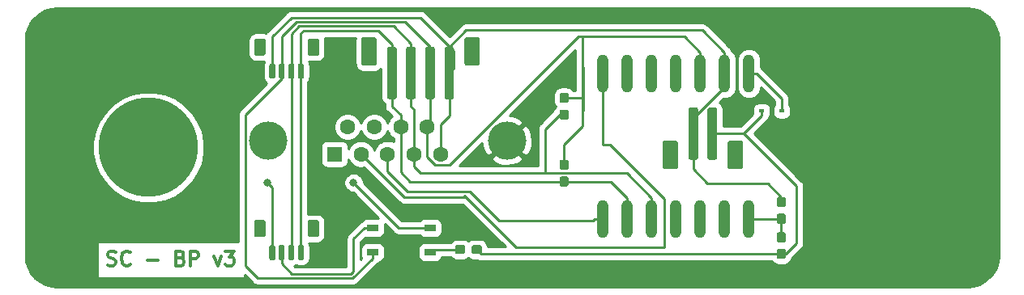
<source format=gtl>
G04 #@! TF.GenerationSoftware,KiCad,Pcbnew,(5.1.5-0)*
G04 #@! TF.CreationDate,2021-01-24T14:42:45-07:00*
G04 #@! TF.ProjectId,back_v3,6261636b-5f76-4332-9e6b-696361645f70,rev?*
G04 #@! TF.SameCoordinates,Original*
G04 #@! TF.FileFunction,Copper,L1,Top*
G04 #@! TF.FilePolarity,Positive*
%FSLAX46Y46*%
G04 Gerber Fmt 4.6, Leading zero omitted, Abs format (unit mm)*
G04 Created by KiCad (PCBNEW (5.1.5-0)) date 2021-01-24 14:42:45*
%MOMM*%
%LPD*%
G04 APERTURE LIST*
%ADD10C,0.300000*%
%ADD11C,10.400000*%
%ADD12R,1.200000X0.800000*%
%ADD13C,0.100000*%
%ADD14R,0.600000X0.450000*%
%ADD15O,1.200000X4.000000*%
%ADD16C,4.000000*%
%ADD17C,1.600000*%
%ADD18R,1.600000X1.600000*%
%ADD19C,0.800000*%
%ADD20C,5.800000*%
%ADD21C,0.250000*%
%ADD22C,0.254000*%
G04 APERTURE END LIST*
D10*
X105292857Y-123607142D02*
X105507142Y-123678571D01*
X105864285Y-123678571D01*
X106007142Y-123607142D01*
X106078571Y-123535714D01*
X106150000Y-123392857D01*
X106150000Y-123250000D01*
X106078571Y-123107142D01*
X106007142Y-123035714D01*
X105864285Y-122964285D01*
X105578571Y-122892857D01*
X105435714Y-122821428D01*
X105364285Y-122750000D01*
X105292857Y-122607142D01*
X105292857Y-122464285D01*
X105364285Y-122321428D01*
X105435714Y-122250000D01*
X105578571Y-122178571D01*
X105935714Y-122178571D01*
X106150000Y-122250000D01*
X107650000Y-123535714D02*
X107578571Y-123607142D01*
X107364285Y-123678571D01*
X107221428Y-123678571D01*
X107007142Y-123607142D01*
X106864285Y-123464285D01*
X106792857Y-123321428D01*
X106721428Y-123035714D01*
X106721428Y-122821428D01*
X106792857Y-122535714D01*
X106864285Y-122392857D01*
X107007142Y-122250000D01*
X107221428Y-122178571D01*
X107364285Y-122178571D01*
X107578571Y-122250000D01*
X107650000Y-122321428D01*
X109435714Y-123107142D02*
X110578571Y-123107142D01*
X112935714Y-122892857D02*
X113150000Y-122964285D01*
X113221428Y-123035714D01*
X113292857Y-123178571D01*
X113292857Y-123392857D01*
X113221428Y-123535714D01*
X113150000Y-123607142D01*
X113007142Y-123678571D01*
X112435714Y-123678571D01*
X112435714Y-122178571D01*
X112935714Y-122178571D01*
X113078571Y-122250000D01*
X113150000Y-122321428D01*
X113221428Y-122464285D01*
X113221428Y-122607142D01*
X113150000Y-122750000D01*
X113078571Y-122821428D01*
X112935714Y-122892857D01*
X112435714Y-122892857D01*
X113935714Y-123678571D02*
X113935714Y-122178571D01*
X114507142Y-122178571D01*
X114650000Y-122250000D01*
X114721428Y-122321428D01*
X114792857Y-122464285D01*
X114792857Y-122678571D01*
X114721428Y-122821428D01*
X114650000Y-122892857D01*
X114507142Y-122964285D01*
X113935714Y-122964285D01*
X116435714Y-122678571D02*
X116792857Y-123678571D01*
X117150000Y-122678571D01*
X117578571Y-122178571D02*
X118507142Y-122178571D01*
X118007142Y-122750000D01*
X118221428Y-122750000D01*
X118364285Y-122821428D01*
X118435714Y-122892857D01*
X118507142Y-123035714D01*
X118507142Y-123392857D01*
X118435714Y-123535714D01*
X118364285Y-123607142D01*
X118221428Y-123678571D01*
X117792857Y-123678571D01*
X117649999Y-123607142D01*
X117578571Y-123535714D01*
D11*
X109565000Y-111315000D03*
D12*
X133000000Y-119730000D03*
X139000000Y-119730000D03*
X139000000Y-122270000D03*
X133000000Y-122270000D03*
G04 #@! TA.AperFunction,SMDPad,CuDef*
D13*
G36*
X142435779Y-121526144D02*
G01*
X142458834Y-121529563D01*
X142481443Y-121535227D01*
X142503387Y-121543079D01*
X142524457Y-121553044D01*
X142544448Y-121565026D01*
X142563168Y-121578910D01*
X142580438Y-121594562D01*
X142596090Y-121611832D01*
X142609974Y-121630552D01*
X142621956Y-121650543D01*
X142631921Y-121671613D01*
X142639773Y-121693557D01*
X142645437Y-121716166D01*
X142648856Y-121739221D01*
X142650000Y-121762500D01*
X142650000Y-122237500D01*
X142648856Y-122260779D01*
X142645437Y-122283834D01*
X142639773Y-122306443D01*
X142631921Y-122328387D01*
X142621956Y-122349457D01*
X142609974Y-122369448D01*
X142596090Y-122388168D01*
X142580438Y-122405438D01*
X142563168Y-122421090D01*
X142544448Y-122434974D01*
X142524457Y-122446956D01*
X142503387Y-122456921D01*
X142481443Y-122464773D01*
X142458834Y-122470437D01*
X142435779Y-122473856D01*
X142412500Y-122475000D01*
X141837500Y-122475000D01*
X141814221Y-122473856D01*
X141791166Y-122470437D01*
X141768557Y-122464773D01*
X141746613Y-122456921D01*
X141725543Y-122446956D01*
X141705552Y-122434974D01*
X141686832Y-122421090D01*
X141669562Y-122405438D01*
X141653910Y-122388168D01*
X141640026Y-122369448D01*
X141628044Y-122349457D01*
X141618079Y-122328387D01*
X141610227Y-122306443D01*
X141604563Y-122283834D01*
X141601144Y-122260779D01*
X141600000Y-122237500D01*
X141600000Y-121762500D01*
X141601144Y-121739221D01*
X141604563Y-121716166D01*
X141610227Y-121693557D01*
X141618079Y-121671613D01*
X141628044Y-121650543D01*
X141640026Y-121630552D01*
X141653910Y-121611832D01*
X141669562Y-121594562D01*
X141686832Y-121578910D01*
X141705552Y-121565026D01*
X141725543Y-121553044D01*
X141746613Y-121543079D01*
X141768557Y-121535227D01*
X141791166Y-121529563D01*
X141814221Y-121526144D01*
X141837500Y-121525000D01*
X142412500Y-121525000D01*
X142435779Y-121526144D01*
G37*
G04 #@! TD.AperFunction*
G04 #@! TA.AperFunction,SMDPad,CuDef*
G36*
X144185779Y-121526144D02*
G01*
X144208834Y-121529563D01*
X144231443Y-121535227D01*
X144253387Y-121543079D01*
X144274457Y-121553044D01*
X144294448Y-121565026D01*
X144313168Y-121578910D01*
X144330438Y-121594562D01*
X144346090Y-121611832D01*
X144359974Y-121630552D01*
X144371956Y-121650543D01*
X144381921Y-121671613D01*
X144389773Y-121693557D01*
X144395437Y-121716166D01*
X144398856Y-121739221D01*
X144400000Y-121762500D01*
X144400000Y-122237500D01*
X144398856Y-122260779D01*
X144395437Y-122283834D01*
X144389773Y-122306443D01*
X144381921Y-122328387D01*
X144371956Y-122349457D01*
X144359974Y-122369448D01*
X144346090Y-122388168D01*
X144330438Y-122405438D01*
X144313168Y-122421090D01*
X144294448Y-122434974D01*
X144274457Y-122446956D01*
X144253387Y-122456921D01*
X144231443Y-122464773D01*
X144208834Y-122470437D01*
X144185779Y-122473856D01*
X144162500Y-122475000D01*
X143587500Y-122475000D01*
X143564221Y-122473856D01*
X143541166Y-122470437D01*
X143518557Y-122464773D01*
X143496613Y-122456921D01*
X143475543Y-122446956D01*
X143455552Y-122434974D01*
X143436832Y-122421090D01*
X143419562Y-122405438D01*
X143403910Y-122388168D01*
X143390026Y-122369448D01*
X143378044Y-122349457D01*
X143368079Y-122328387D01*
X143360227Y-122306443D01*
X143354563Y-122283834D01*
X143351144Y-122260779D01*
X143350000Y-122237500D01*
X143350000Y-121762500D01*
X143351144Y-121739221D01*
X143354563Y-121716166D01*
X143360227Y-121693557D01*
X143368079Y-121671613D01*
X143378044Y-121650543D01*
X143390026Y-121630552D01*
X143403910Y-121611832D01*
X143419562Y-121594562D01*
X143436832Y-121578910D01*
X143455552Y-121565026D01*
X143475543Y-121553044D01*
X143496613Y-121543079D01*
X143518557Y-121535227D01*
X143541166Y-121529563D01*
X143564221Y-121526144D01*
X143587500Y-121525000D01*
X144162500Y-121525000D01*
X144185779Y-121526144D01*
G37*
G04 #@! TD.AperFunction*
G04 #@! TA.AperFunction,SMDPad,CuDef*
G36*
X127174505Y-118901204D02*
G01*
X127198773Y-118904804D01*
X127222572Y-118910765D01*
X127245671Y-118919030D01*
X127267850Y-118929520D01*
X127288893Y-118942132D01*
X127308599Y-118956747D01*
X127326777Y-118973223D01*
X127343253Y-118991401D01*
X127357868Y-119011107D01*
X127370480Y-119032150D01*
X127380970Y-119054329D01*
X127389235Y-119077428D01*
X127395196Y-119101227D01*
X127398796Y-119125495D01*
X127400000Y-119149999D01*
X127400000Y-120450001D01*
X127398796Y-120474505D01*
X127395196Y-120498773D01*
X127389235Y-120522572D01*
X127380970Y-120545671D01*
X127370480Y-120567850D01*
X127357868Y-120588893D01*
X127343253Y-120608599D01*
X127326777Y-120626777D01*
X127308599Y-120643253D01*
X127288893Y-120657868D01*
X127267850Y-120670480D01*
X127245671Y-120680970D01*
X127222572Y-120689235D01*
X127198773Y-120695196D01*
X127174505Y-120698796D01*
X127150001Y-120700000D01*
X126449999Y-120700000D01*
X126425495Y-120698796D01*
X126401227Y-120695196D01*
X126377428Y-120689235D01*
X126354329Y-120680970D01*
X126332150Y-120670480D01*
X126311107Y-120657868D01*
X126291401Y-120643253D01*
X126273223Y-120626777D01*
X126256747Y-120608599D01*
X126242132Y-120588893D01*
X126229520Y-120567850D01*
X126219030Y-120545671D01*
X126210765Y-120522572D01*
X126204804Y-120498773D01*
X126201204Y-120474505D01*
X126200000Y-120450001D01*
X126200000Y-119149999D01*
X126201204Y-119125495D01*
X126204804Y-119101227D01*
X126210765Y-119077428D01*
X126219030Y-119054329D01*
X126229520Y-119032150D01*
X126242132Y-119011107D01*
X126256747Y-118991401D01*
X126273223Y-118973223D01*
X126291401Y-118956747D01*
X126311107Y-118942132D01*
X126332150Y-118929520D01*
X126354329Y-118919030D01*
X126377428Y-118910765D01*
X126401227Y-118904804D01*
X126425495Y-118901204D01*
X126449999Y-118900000D01*
X127150001Y-118900000D01*
X127174505Y-118901204D01*
G37*
G04 #@! TD.AperFunction*
G04 #@! TA.AperFunction,SMDPad,CuDef*
G36*
X121574505Y-118901204D02*
G01*
X121598773Y-118904804D01*
X121622572Y-118910765D01*
X121645671Y-118919030D01*
X121667850Y-118929520D01*
X121688893Y-118942132D01*
X121708599Y-118956747D01*
X121726777Y-118973223D01*
X121743253Y-118991401D01*
X121757868Y-119011107D01*
X121770480Y-119032150D01*
X121780970Y-119054329D01*
X121789235Y-119077428D01*
X121795196Y-119101227D01*
X121798796Y-119125495D01*
X121800000Y-119149999D01*
X121800000Y-120450001D01*
X121798796Y-120474505D01*
X121795196Y-120498773D01*
X121789235Y-120522572D01*
X121780970Y-120545671D01*
X121770480Y-120567850D01*
X121757868Y-120588893D01*
X121743253Y-120608599D01*
X121726777Y-120626777D01*
X121708599Y-120643253D01*
X121688893Y-120657868D01*
X121667850Y-120670480D01*
X121645671Y-120680970D01*
X121622572Y-120689235D01*
X121598773Y-120695196D01*
X121574505Y-120698796D01*
X121550001Y-120700000D01*
X120849999Y-120700000D01*
X120825495Y-120698796D01*
X120801227Y-120695196D01*
X120777428Y-120689235D01*
X120754329Y-120680970D01*
X120732150Y-120670480D01*
X120711107Y-120657868D01*
X120691401Y-120643253D01*
X120673223Y-120626777D01*
X120656747Y-120608599D01*
X120642132Y-120588893D01*
X120629520Y-120567850D01*
X120619030Y-120545671D01*
X120610765Y-120522572D01*
X120604804Y-120498773D01*
X120601204Y-120474505D01*
X120600000Y-120450001D01*
X120600000Y-119149999D01*
X120601204Y-119125495D01*
X120604804Y-119101227D01*
X120610765Y-119077428D01*
X120619030Y-119054329D01*
X120629520Y-119032150D01*
X120642132Y-119011107D01*
X120656747Y-118991401D01*
X120673223Y-118973223D01*
X120691401Y-118956747D01*
X120711107Y-118942132D01*
X120732150Y-118929520D01*
X120754329Y-118919030D01*
X120777428Y-118910765D01*
X120801227Y-118904804D01*
X120825495Y-118901204D01*
X120849999Y-118900000D01*
X121550001Y-118900000D01*
X121574505Y-118901204D01*
G37*
G04 #@! TD.AperFunction*
G04 #@! TA.AperFunction,SMDPad,CuDef*
G36*
X125664703Y-121550722D02*
G01*
X125679264Y-121552882D01*
X125693543Y-121556459D01*
X125707403Y-121561418D01*
X125720710Y-121567712D01*
X125733336Y-121575280D01*
X125745159Y-121584048D01*
X125756066Y-121593934D01*
X125765952Y-121604841D01*
X125774720Y-121616664D01*
X125782288Y-121629290D01*
X125788582Y-121642597D01*
X125793541Y-121656457D01*
X125797118Y-121670736D01*
X125799278Y-121685297D01*
X125800000Y-121700000D01*
X125800000Y-122950000D01*
X125799278Y-122964703D01*
X125797118Y-122979264D01*
X125793541Y-122993543D01*
X125788582Y-123007403D01*
X125782288Y-123020710D01*
X125774720Y-123033336D01*
X125765952Y-123045159D01*
X125756066Y-123056066D01*
X125745159Y-123065952D01*
X125733336Y-123074720D01*
X125720710Y-123082288D01*
X125707403Y-123088582D01*
X125693543Y-123093541D01*
X125679264Y-123097118D01*
X125664703Y-123099278D01*
X125650000Y-123100000D01*
X125350000Y-123100000D01*
X125335297Y-123099278D01*
X125320736Y-123097118D01*
X125306457Y-123093541D01*
X125292597Y-123088582D01*
X125279290Y-123082288D01*
X125266664Y-123074720D01*
X125254841Y-123065952D01*
X125243934Y-123056066D01*
X125234048Y-123045159D01*
X125225280Y-123033336D01*
X125217712Y-123020710D01*
X125211418Y-123007403D01*
X125206459Y-122993543D01*
X125202882Y-122979264D01*
X125200722Y-122964703D01*
X125200000Y-122950000D01*
X125200000Y-121700000D01*
X125200722Y-121685297D01*
X125202882Y-121670736D01*
X125206459Y-121656457D01*
X125211418Y-121642597D01*
X125217712Y-121629290D01*
X125225280Y-121616664D01*
X125234048Y-121604841D01*
X125243934Y-121593934D01*
X125254841Y-121584048D01*
X125266664Y-121575280D01*
X125279290Y-121567712D01*
X125292597Y-121561418D01*
X125306457Y-121556459D01*
X125320736Y-121552882D01*
X125335297Y-121550722D01*
X125350000Y-121550000D01*
X125650000Y-121550000D01*
X125664703Y-121550722D01*
G37*
G04 #@! TD.AperFunction*
G04 #@! TA.AperFunction,SMDPad,CuDef*
G36*
X124664703Y-121550722D02*
G01*
X124679264Y-121552882D01*
X124693543Y-121556459D01*
X124707403Y-121561418D01*
X124720710Y-121567712D01*
X124733336Y-121575280D01*
X124745159Y-121584048D01*
X124756066Y-121593934D01*
X124765952Y-121604841D01*
X124774720Y-121616664D01*
X124782288Y-121629290D01*
X124788582Y-121642597D01*
X124793541Y-121656457D01*
X124797118Y-121670736D01*
X124799278Y-121685297D01*
X124800000Y-121700000D01*
X124800000Y-122950000D01*
X124799278Y-122964703D01*
X124797118Y-122979264D01*
X124793541Y-122993543D01*
X124788582Y-123007403D01*
X124782288Y-123020710D01*
X124774720Y-123033336D01*
X124765952Y-123045159D01*
X124756066Y-123056066D01*
X124745159Y-123065952D01*
X124733336Y-123074720D01*
X124720710Y-123082288D01*
X124707403Y-123088582D01*
X124693543Y-123093541D01*
X124679264Y-123097118D01*
X124664703Y-123099278D01*
X124650000Y-123100000D01*
X124350000Y-123100000D01*
X124335297Y-123099278D01*
X124320736Y-123097118D01*
X124306457Y-123093541D01*
X124292597Y-123088582D01*
X124279290Y-123082288D01*
X124266664Y-123074720D01*
X124254841Y-123065952D01*
X124243934Y-123056066D01*
X124234048Y-123045159D01*
X124225280Y-123033336D01*
X124217712Y-123020710D01*
X124211418Y-123007403D01*
X124206459Y-122993543D01*
X124202882Y-122979264D01*
X124200722Y-122964703D01*
X124200000Y-122950000D01*
X124200000Y-121700000D01*
X124200722Y-121685297D01*
X124202882Y-121670736D01*
X124206459Y-121656457D01*
X124211418Y-121642597D01*
X124217712Y-121629290D01*
X124225280Y-121616664D01*
X124234048Y-121604841D01*
X124243934Y-121593934D01*
X124254841Y-121584048D01*
X124266664Y-121575280D01*
X124279290Y-121567712D01*
X124292597Y-121561418D01*
X124306457Y-121556459D01*
X124320736Y-121552882D01*
X124335297Y-121550722D01*
X124350000Y-121550000D01*
X124650000Y-121550000D01*
X124664703Y-121550722D01*
G37*
G04 #@! TD.AperFunction*
G04 #@! TA.AperFunction,SMDPad,CuDef*
G36*
X123664703Y-121550722D02*
G01*
X123679264Y-121552882D01*
X123693543Y-121556459D01*
X123707403Y-121561418D01*
X123720710Y-121567712D01*
X123733336Y-121575280D01*
X123745159Y-121584048D01*
X123756066Y-121593934D01*
X123765952Y-121604841D01*
X123774720Y-121616664D01*
X123782288Y-121629290D01*
X123788582Y-121642597D01*
X123793541Y-121656457D01*
X123797118Y-121670736D01*
X123799278Y-121685297D01*
X123800000Y-121700000D01*
X123800000Y-122950000D01*
X123799278Y-122964703D01*
X123797118Y-122979264D01*
X123793541Y-122993543D01*
X123788582Y-123007403D01*
X123782288Y-123020710D01*
X123774720Y-123033336D01*
X123765952Y-123045159D01*
X123756066Y-123056066D01*
X123745159Y-123065952D01*
X123733336Y-123074720D01*
X123720710Y-123082288D01*
X123707403Y-123088582D01*
X123693543Y-123093541D01*
X123679264Y-123097118D01*
X123664703Y-123099278D01*
X123650000Y-123100000D01*
X123350000Y-123100000D01*
X123335297Y-123099278D01*
X123320736Y-123097118D01*
X123306457Y-123093541D01*
X123292597Y-123088582D01*
X123279290Y-123082288D01*
X123266664Y-123074720D01*
X123254841Y-123065952D01*
X123243934Y-123056066D01*
X123234048Y-123045159D01*
X123225280Y-123033336D01*
X123217712Y-123020710D01*
X123211418Y-123007403D01*
X123206459Y-122993543D01*
X123202882Y-122979264D01*
X123200722Y-122964703D01*
X123200000Y-122950000D01*
X123200000Y-121700000D01*
X123200722Y-121685297D01*
X123202882Y-121670736D01*
X123206459Y-121656457D01*
X123211418Y-121642597D01*
X123217712Y-121629290D01*
X123225280Y-121616664D01*
X123234048Y-121604841D01*
X123243934Y-121593934D01*
X123254841Y-121584048D01*
X123266664Y-121575280D01*
X123279290Y-121567712D01*
X123292597Y-121561418D01*
X123306457Y-121556459D01*
X123320736Y-121552882D01*
X123335297Y-121550722D01*
X123350000Y-121550000D01*
X123650000Y-121550000D01*
X123664703Y-121550722D01*
G37*
G04 #@! TD.AperFunction*
G04 #@! TA.AperFunction,SMDPad,CuDef*
G36*
X122664703Y-121550722D02*
G01*
X122679264Y-121552882D01*
X122693543Y-121556459D01*
X122707403Y-121561418D01*
X122720710Y-121567712D01*
X122733336Y-121575280D01*
X122745159Y-121584048D01*
X122756066Y-121593934D01*
X122765952Y-121604841D01*
X122774720Y-121616664D01*
X122782288Y-121629290D01*
X122788582Y-121642597D01*
X122793541Y-121656457D01*
X122797118Y-121670736D01*
X122799278Y-121685297D01*
X122800000Y-121700000D01*
X122800000Y-122950000D01*
X122799278Y-122964703D01*
X122797118Y-122979264D01*
X122793541Y-122993543D01*
X122788582Y-123007403D01*
X122782288Y-123020710D01*
X122774720Y-123033336D01*
X122765952Y-123045159D01*
X122756066Y-123056066D01*
X122745159Y-123065952D01*
X122733336Y-123074720D01*
X122720710Y-123082288D01*
X122707403Y-123088582D01*
X122693543Y-123093541D01*
X122679264Y-123097118D01*
X122664703Y-123099278D01*
X122650000Y-123100000D01*
X122350000Y-123100000D01*
X122335297Y-123099278D01*
X122320736Y-123097118D01*
X122306457Y-123093541D01*
X122292597Y-123088582D01*
X122279290Y-123082288D01*
X122266664Y-123074720D01*
X122254841Y-123065952D01*
X122243934Y-123056066D01*
X122234048Y-123045159D01*
X122225280Y-123033336D01*
X122217712Y-123020710D01*
X122211418Y-123007403D01*
X122206459Y-122993543D01*
X122202882Y-122979264D01*
X122200722Y-122964703D01*
X122200000Y-122950000D01*
X122200000Y-121700000D01*
X122200722Y-121685297D01*
X122202882Y-121670736D01*
X122206459Y-121656457D01*
X122211418Y-121642597D01*
X122217712Y-121629290D01*
X122225280Y-121616664D01*
X122234048Y-121604841D01*
X122243934Y-121593934D01*
X122254841Y-121584048D01*
X122266664Y-121575280D01*
X122279290Y-121567712D01*
X122292597Y-121561418D01*
X122306457Y-121556459D01*
X122320736Y-121552882D01*
X122335297Y-121550722D01*
X122350000Y-121550000D01*
X122650000Y-121550000D01*
X122664703Y-121550722D01*
G37*
G04 #@! TD.AperFunction*
G04 #@! TA.AperFunction,SMDPad,CuDef*
G36*
X175960779Y-116501144D02*
G01*
X175983834Y-116504563D01*
X176006443Y-116510227D01*
X176028387Y-116518079D01*
X176049457Y-116528044D01*
X176069448Y-116540026D01*
X176088168Y-116553910D01*
X176105438Y-116569562D01*
X176121090Y-116586832D01*
X176134974Y-116605552D01*
X176146956Y-116625543D01*
X176156921Y-116646613D01*
X176164773Y-116668557D01*
X176170437Y-116691166D01*
X176173856Y-116714221D01*
X176175000Y-116737500D01*
X176175000Y-117312500D01*
X176173856Y-117335779D01*
X176170437Y-117358834D01*
X176164773Y-117381443D01*
X176156921Y-117403387D01*
X176146956Y-117424457D01*
X176134974Y-117444448D01*
X176121090Y-117463168D01*
X176105438Y-117480438D01*
X176088168Y-117496090D01*
X176069448Y-117509974D01*
X176049457Y-117521956D01*
X176028387Y-117531921D01*
X176006443Y-117539773D01*
X175983834Y-117545437D01*
X175960779Y-117548856D01*
X175937500Y-117550000D01*
X175462500Y-117550000D01*
X175439221Y-117548856D01*
X175416166Y-117545437D01*
X175393557Y-117539773D01*
X175371613Y-117531921D01*
X175350543Y-117521956D01*
X175330552Y-117509974D01*
X175311832Y-117496090D01*
X175294562Y-117480438D01*
X175278910Y-117463168D01*
X175265026Y-117444448D01*
X175253044Y-117424457D01*
X175243079Y-117403387D01*
X175235227Y-117381443D01*
X175229563Y-117358834D01*
X175226144Y-117335779D01*
X175225000Y-117312500D01*
X175225000Y-116737500D01*
X175226144Y-116714221D01*
X175229563Y-116691166D01*
X175235227Y-116668557D01*
X175243079Y-116646613D01*
X175253044Y-116625543D01*
X175265026Y-116605552D01*
X175278910Y-116586832D01*
X175294562Y-116569562D01*
X175311832Y-116553910D01*
X175330552Y-116540026D01*
X175350543Y-116528044D01*
X175371613Y-116518079D01*
X175393557Y-116510227D01*
X175416166Y-116504563D01*
X175439221Y-116501144D01*
X175462500Y-116500000D01*
X175937500Y-116500000D01*
X175960779Y-116501144D01*
G37*
G04 #@! TD.AperFunction*
G04 #@! TA.AperFunction,SMDPad,CuDef*
G36*
X175960779Y-118251144D02*
G01*
X175983834Y-118254563D01*
X176006443Y-118260227D01*
X176028387Y-118268079D01*
X176049457Y-118278044D01*
X176069448Y-118290026D01*
X176088168Y-118303910D01*
X176105438Y-118319562D01*
X176121090Y-118336832D01*
X176134974Y-118355552D01*
X176146956Y-118375543D01*
X176156921Y-118396613D01*
X176164773Y-118418557D01*
X176170437Y-118441166D01*
X176173856Y-118464221D01*
X176175000Y-118487500D01*
X176175000Y-119062500D01*
X176173856Y-119085779D01*
X176170437Y-119108834D01*
X176164773Y-119131443D01*
X176156921Y-119153387D01*
X176146956Y-119174457D01*
X176134974Y-119194448D01*
X176121090Y-119213168D01*
X176105438Y-119230438D01*
X176088168Y-119246090D01*
X176069448Y-119259974D01*
X176049457Y-119271956D01*
X176028387Y-119281921D01*
X176006443Y-119289773D01*
X175983834Y-119295437D01*
X175960779Y-119298856D01*
X175937500Y-119300000D01*
X175462500Y-119300000D01*
X175439221Y-119298856D01*
X175416166Y-119295437D01*
X175393557Y-119289773D01*
X175371613Y-119281921D01*
X175350543Y-119271956D01*
X175330552Y-119259974D01*
X175311832Y-119246090D01*
X175294562Y-119230438D01*
X175278910Y-119213168D01*
X175265026Y-119194448D01*
X175253044Y-119174457D01*
X175243079Y-119153387D01*
X175235227Y-119131443D01*
X175229563Y-119108834D01*
X175226144Y-119085779D01*
X175225000Y-119062500D01*
X175225000Y-118487500D01*
X175226144Y-118464221D01*
X175229563Y-118441166D01*
X175235227Y-118418557D01*
X175243079Y-118396613D01*
X175253044Y-118375543D01*
X175265026Y-118355552D01*
X175278910Y-118336832D01*
X175294562Y-118319562D01*
X175311832Y-118303910D01*
X175330552Y-118290026D01*
X175350543Y-118278044D01*
X175371613Y-118268079D01*
X175393557Y-118260227D01*
X175416166Y-118254563D01*
X175439221Y-118251144D01*
X175462500Y-118250000D01*
X175937500Y-118250000D01*
X175960779Y-118251144D01*
G37*
G04 #@! TD.AperFunction*
G04 #@! TA.AperFunction,SMDPad,CuDef*
G36*
X175960779Y-120201144D02*
G01*
X175983834Y-120204563D01*
X176006443Y-120210227D01*
X176028387Y-120218079D01*
X176049457Y-120228044D01*
X176069448Y-120240026D01*
X176088168Y-120253910D01*
X176105438Y-120269562D01*
X176121090Y-120286832D01*
X176134974Y-120305552D01*
X176146956Y-120325543D01*
X176156921Y-120346613D01*
X176164773Y-120368557D01*
X176170437Y-120391166D01*
X176173856Y-120414221D01*
X176175000Y-120437500D01*
X176175000Y-121012500D01*
X176173856Y-121035779D01*
X176170437Y-121058834D01*
X176164773Y-121081443D01*
X176156921Y-121103387D01*
X176146956Y-121124457D01*
X176134974Y-121144448D01*
X176121090Y-121163168D01*
X176105438Y-121180438D01*
X176088168Y-121196090D01*
X176069448Y-121209974D01*
X176049457Y-121221956D01*
X176028387Y-121231921D01*
X176006443Y-121239773D01*
X175983834Y-121245437D01*
X175960779Y-121248856D01*
X175937500Y-121250000D01*
X175462500Y-121250000D01*
X175439221Y-121248856D01*
X175416166Y-121245437D01*
X175393557Y-121239773D01*
X175371613Y-121231921D01*
X175350543Y-121221956D01*
X175330552Y-121209974D01*
X175311832Y-121196090D01*
X175294562Y-121180438D01*
X175278910Y-121163168D01*
X175265026Y-121144448D01*
X175253044Y-121124457D01*
X175243079Y-121103387D01*
X175235227Y-121081443D01*
X175229563Y-121058834D01*
X175226144Y-121035779D01*
X175225000Y-121012500D01*
X175225000Y-120437500D01*
X175226144Y-120414221D01*
X175229563Y-120391166D01*
X175235227Y-120368557D01*
X175243079Y-120346613D01*
X175253044Y-120325543D01*
X175265026Y-120305552D01*
X175278910Y-120286832D01*
X175294562Y-120269562D01*
X175311832Y-120253910D01*
X175330552Y-120240026D01*
X175350543Y-120228044D01*
X175371613Y-120218079D01*
X175393557Y-120210227D01*
X175416166Y-120204563D01*
X175439221Y-120201144D01*
X175462500Y-120200000D01*
X175937500Y-120200000D01*
X175960779Y-120201144D01*
G37*
G04 #@! TD.AperFunction*
G04 #@! TA.AperFunction,SMDPad,CuDef*
G36*
X175960779Y-121951144D02*
G01*
X175983834Y-121954563D01*
X176006443Y-121960227D01*
X176028387Y-121968079D01*
X176049457Y-121978044D01*
X176069448Y-121990026D01*
X176088168Y-122003910D01*
X176105438Y-122019562D01*
X176121090Y-122036832D01*
X176134974Y-122055552D01*
X176146956Y-122075543D01*
X176156921Y-122096613D01*
X176164773Y-122118557D01*
X176170437Y-122141166D01*
X176173856Y-122164221D01*
X176175000Y-122187500D01*
X176175000Y-122762500D01*
X176173856Y-122785779D01*
X176170437Y-122808834D01*
X176164773Y-122831443D01*
X176156921Y-122853387D01*
X176146956Y-122874457D01*
X176134974Y-122894448D01*
X176121090Y-122913168D01*
X176105438Y-122930438D01*
X176088168Y-122946090D01*
X176069448Y-122959974D01*
X176049457Y-122971956D01*
X176028387Y-122981921D01*
X176006443Y-122989773D01*
X175983834Y-122995437D01*
X175960779Y-122998856D01*
X175937500Y-123000000D01*
X175462500Y-123000000D01*
X175439221Y-122998856D01*
X175416166Y-122995437D01*
X175393557Y-122989773D01*
X175371613Y-122981921D01*
X175350543Y-122971956D01*
X175330552Y-122959974D01*
X175311832Y-122946090D01*
X175294562Y-122930438D01*
X175278910Y-122913168D01*
X175265026Y-122894448D01*
X175253044Y-122874457D01*
X175243079Y-122853387D01*
X175235227Y-122831443D01*
X175229563Y-122808834D01*
X175226144Y-122785779D01*
X175225000Y-122762500D01*
X175225000Y-122187500D01*
X175226144Y-122164221D01*
X175229563Y-122141166D01*
X175235227Y-122118557D01*
X175243079Y-122096613D01*
X175253044Y-122075543D01*
X175265026Y-122055552D01*
X175278910Y-122036832D01*
X175294562Y-122019562D01*
X175311832Y-122003910D01*
X175330552Y-121990026D01*
X175350543Y-121978044D01*
X175371613Y-121968079D01*
X175393557Y-121960227D01*
X175416166Y-121954563D01*
X175439221Y-121951144D01*
X175462500Y-121950000D01*
X175937500Y-121950000D01*
X175960779Y-121951144D01*
G37*
G04 #@! TD.AperFunction*
D14*
X173650000Y-107500000D03*
X175750000Y-107500000D03*
D15*
X157080000Y-118820000D03*
X157080000Y-103580000D03*
X159620000Y-118820000D03*
X159620000Y-103580000D03*
X162160000Y-118820000D03*
X162160000Y-103580000D03*
X164700000Y-118820000D03*
X164700000Y-103580000D03*
X167240000Y-118820000D03*
X167240000Y-103580000D03*
X169780000Y-118820000D03*
X169780000Y-103580000D03*
X172320000Y-118820000D03*
X172320000Y-103580000D03*
G04 #@! TA.AperFunction,SMDPad,CuDef*
D13*
G36*
X153260779Y-114351144D02*
G01*
X153283834Y-114354563D01*
X153306443Y-114360227D01*
X153328387Y-114368079D01*
X153349457Y-114378044D01*
X153369448Y-114390026D01*
X153388168Y-114403910D01*
X153405438Y-114419562D01*
X153421090Y-114436832D01*
X153434974Y-114455552D01*
X153446956Y-114475543D01*
X153456921Y-114496613D01*
X153464773Y-114518557D01*
X153470437Y-114541166D01*
X153473856Y-114564221D01*
X153475000Y-114587500D01*
X153475000Y-115162500D01*
X153473856Y-115185779D01*
X153470437Y-115208834D01*
X153464773Y-115231443D01*
X153456921Y-115253387D01*
X153446956Y-115274457D01*
X153434974Y-115294448D01*
X153421090Y-115313168D01*
X153405438Y-115330438D01*
X153388168Y-115346090D01*
X153369448Y-115359974D01*
X153349457Y-115371956D01*
X153328387Y-115381921D01*
X153306443Y-115389773D01*
X153283834Y-115395437D01*
X153260779Y-115398856D01*
X153237500Y-115400000D01*
X152762500Y-115400000D01*
X152739221Y-115398856D01*
X152716166Y-115395437D01*
X152693557Y-115389773D01*
X152671613Y-115381921D01*
X152650543Y-115371956D01*
X152630552Y-115359974D01*
X152611832Y-115346090D01*
X152594562Y-115330438D01*
X152578910Y-115313168D01*
X152565026Y-115294448D01*
X152553044Y-115274457D01*
X152543079Y-115253387D01*
X152535227Y-115231443D01*
X152529563Y-115208834D01*
X152526144Y-115185779D01*
X152525000Y-115162500D01*
X152525000Y-114587500D01*
X152526144Y-114564221D01*
X152529563Y-114541166D01*
X152535227Y-114518557D01*
X152543079Y-114496613D01*
X152553044Y-114475543D01*
X152565026Y-114455552D01*
X152578910Y-114436832D01*
X152594562Y-114419562D01*
X152611832Y-114403910D01*
X152630552Y-114390026D01*
X152650543Y-114378044D01*
X152671613Y-114368079D01*
X152693557Y-114360227D01*
X152716166Y-114354563D01*
X152739221Y-114351144D01*
X152762500Y-114350000D01*
X153237500Y-114350000D01*
X153260779Y-114351144D01*
G37*
G04 #@! TD.AperFunction*
G04 #@! TA.AperFunction,SMDPad,CuDef*
G36*
X153260779Y-112601144D02*
G01*
X153283834Y-112604563D01*
X153306443Y-112610227D01*
X153328387Y-112618079D01*
X153349457Y-112628044D01*
X153369448Y-112640026D01*
X153388168Y-112653910D01*
X153405438Y-112669562D01*
X153421090Y-112686832D01*
X153434974Y-112705552D01*
X153446956Y-112725543D01*
X153456921Y-112746613D01*
X153464773Y-112768557D01*
X153470437Y-112791166D01*
X153473856Y-112814221D01*
X153475000Y-112837500D01*
X153475000Y-113412500D01*
X153473856Y-113435779D01*
X153470437Y-113458834D01*
X153464773Y-113481443D01*
X153456921Y-113503387D01*
X153446956Y-113524457D01*
X153434974Y-113544448D01*
X153421090Y-113563168D01*
X153405438Y-113580438D01*
X153388168Y-113596090D01*
X153369448Y-113609974D01*
X153349457Y-113621956D01*
X153328387Y-113631921D01*
X153306443Y-113639773D01*
X153283834Y-113645437D01*
X153260779Y-113648856D01*
X153237500Y-113650000D01*
X152762500Y-113650000D01*
X152739221Y-113648856D01*
X152716166Y-113645437D01*
X152693557Y-113639773D01*
X152671613Y-113631921D01*
X152650543Y-113621956D01*
X152630552Y-113609974D01*
X152611832Y-113596090D01*
X152594562Y-113580438D01*
X152578910Y-113563168D01*
X152565026Y-113544448D01*
X152553044Y-113524457D01*
X152543079Y-113503387D01*
X152535227Y-113481443D01*
X152529563Y-113458834D01*
X152526144Y-113435779D01*
X152525000Y-113412500D01*
X152525000Y-112837500D01*
X152526144Y-112814221D01*
X152529563Y-112791166D01*
X152535227Y-112768557D01*
X152543079Y-112746613D01*
X152553044Y-112725543D01*
X152565026Y-112705552D01*
X152578910Y-112686832D01*
X152594562Y-112669562D01*
X152611832Y-112653910D01*
X152630552Y-112640026D01*
X152650543Y-112628044D01*
X152671613Y-112618079D01*
X152693557Y-112610227D01*
X152716166Y-112604563D01*
X152739221Y-112601144D01*
X152762500Y-112600000D01*
X153237500Y-112600000D01*
X153260779Y-112601144D01*
G37*
G04 #@! TD.AperFunction*
G04 #@! TA.AperFunction,SMDPad,CuDef*
G36*
X153260779Y-107351144D02*
G01*
X153283834Y-107354563D01*
X153306443Y-107360227D01*
X153328387Y-107368079D01*
X153349457Y-107378044D01*
X153369448Y-107390026D01*
X153388168Y-107403910D01*
X153405438Y-107419562D01*
X153421090Y-107436832D01*
X153434974Y-107455552D01*
X153446956Y-107475543D01*
X153456921Y-107496613D01*
X153464773Y-107518557D01*
X153470437Y-107541166D01*
X153473856Y-107564221D01*
X153475000Y-107587500D01*
X153475000Y-108162500D01*
X153473856Y-108185779D01*
X153470437Y-108208834D01*
X153464773Y-108231443D01*
X153456921Y-108253387D01*
X153446956Y-108274457D01*
X153434974Y-108294448D01*
X153421090Y-108313168D01*
X153405438Y-108330438D01*
X153388168Y-108346090D01*
X153369448Y-108359974D01*
X153349457Y-108371956D01*
X153328387Y-108381921D01*
X153306443Y-108389773D01*
X153283834Y-108395437D01*
X153260779Y-108398856D01*
X153237500Y-108400000D01*
X152762500Y-108400000D01*
X152739221Y-108398856D01*
X152716166Y-108395437D01*
X152693557Y-108389773D01*
X152671613Y-108381921D01*
X152650543Y-108371956D01*
X152630552Y-108359974D01*
X152611832Y-108346090D01*
X152594562Y-108330438D01*
X152578910Y-108313168D01*
X152565026Y-108294448D01*
X152553044Y-108274457D01*
X152543079Y-108253387D01*
X152535227Y-108231443D01*
X152529563Y-108208834D01*
X152526144Y-108185779D01*
X152525000Y-108162500D01*
X152525000Y-107587500D01*
X152526144Y-107564221D01*
X152529563Y-107541166D01*
X152535227Y-107518557D01*
X152543079Y-107496613D01*
X152553044Y-107475543D01*
X152565026Y-107455552D01*
X152578910Y-107436832D01*
X152594562Y-107419562D01*
X152611832Y-107403910D01*
X152630552Y-107390026D01*
X152650543Y-107378044D01*
X152671613Y-107368079D01*
X152693557Y-107360227D01*
X152716166Y-107354563D01*
X152739221Y-107351144D01*
X152762500Y-107350000D01*
X153237500Y-107350000D01*
X153260779Y-107351144D01*
G37*
G04 #@! TD.AperFunction*
G04 #@! TA.AperFunction,SMDPad,CuDef*
G36*
X153260779Y-105601144D02*
G01*
X153283834Y-105604563D01*
X153306443Y-105610227D01*
X153328387Y-105618079D01*
X153349457Y-105628044D01*
X153369448Y-105640026D01*
X153388168Y-105653910D01*
X153405438Y-105669562D01*
X153421090Y-105686832D01*
X153434974Y-105705552D01*
X153446956Y-105725543D01*
X153456921Y-105746613D01*
X153464773Y-105768557D01*
X153470437Y-105791166D01*
X153473856Y-105814221D01*
X153475000Y-105837500D01*
X153475000Y-106412500D01*
X153473856Y-106435779D01*
X153470437Y-106458834D01*
X153464773Y-106481443D01*
X153456921Y-106503387D01*
X153446956Y-106524457D01*
X153434974Y-106544448D01*
X153421090Y-106563168D01*
X153405438Y-106580438D01*
X153388168Y-106596090D01*
X153369448Y-106609974D01*
X153349457Y-106621956D01*
X153328387Y-106631921D01*
X153306443Y-106639773D01*
X153283834Y-106645437D01*
X153260779Y-106648856D01*
X153237500Y-106650000D01*
X152762500Y-106650000D01*
X152739221Y-106648856D01*
X152716166Y-106645437D01*
X152693557Y-106639773D01*
X152671613Y-106631921D01*
X152650543Y-106621956D01*
X152630552Y-106609974D01*
X152611832Y-106596090D01*
X152594562Y-106580438D01*
X152578910Y-106563168D01*
X152565026Y-106544448D01*
X152553044Y-106524457D01*
X152543079Y-106503387D01*
X152535227Y-106481443D01*
X152529563Y-106458834D01*
X152526144Y-106435779D01*
X152525000Y-106412500D01*
X152525000Y-105837500D01*
X152526144Y-105814221D01*
X152529563Y-105791166D01*
X152535227Y-105768557D01*
X152543079Y-105746613D01*
X152553044Y-105725543D01*
X152565026Y-105705552D01*
X152578910Y-105686832D01*
X152594562Y-105669562D01*
X152611832Y-105653910D01*
X152630552Y-105640026D01*
X152650543Y-105628044D01*
X152671613Y-105618079D01*
X152693557Y-105610227D01*
X152716166Y-105604563D01*
X152739221Y-105601144D01*
X152762500Y-105600000D01*
X153237500Y-105600000D01*
X153260779Y-105601144D01*
G37*
G04 #@! TD.AperFunction*
G04 #@! TA.AperFunction,SMDPad,CuDef*
G36*
X127174505Y-99901204D02*
G01*
X127198773Y-99904804D01*
X127222572Y-99910765D01*
X127245671Y-99919030D01*
X127267850Y-99929520D01*
X127288893Y-99942132D01*
X127308599Y-99956747D01*
X127326777Y-99973223D01*
X127343253Y-99991401D01*
X127357868Y-100011107D01*
X127370480Y-100032150D01*
X127380970Y-100054329D01*
X127389235Y-100077428D01*
X127395196Y-100101227D01*
X127398796Y-100125495D01*
X127400000Y-100149999D01*
X127400000Y-101450001D01*
X127398796Y-101474505D01*
X127395196Y-101498773D01*
X127389235Y-101522572D01*
X127380970Y-101545671D01*
X127370480Y-101567850D01*
X127357868Y-101588893D01*
X127343253Y-101608599D01*
X127326777Y-101626777D01*
X127308599Y-101643253D01*
X127288893Y-101657868D01*
X127267850Y-101670480D01*
X127245671Y-101680970D01*
X127222572Y-101689235D01*
X127198773Y-101695196D01*
X127174505Y-101698796D01*
X127150001Y-101700000D01*
X126449999Y-101700000D01*
X126425495Y-101698796D01*
X126401227Y-101695196D01*
X126377428Y-101689235D01*
X126354329Y-101680970D01*
X126332150Y-101670480D01*
X126311107Y-101657868D01*
X126291401Y-101643253D01*
X126273223Y-101626777D01*
X126256747Y-101608599D01*
X126242132Y-101588893D01*
X126229520Y-101567850D01*
X126219030Y-101545671D01*
X126210765Y-101522572D01*
X126204804Y-101498773D01*
X126201204Y-101474505D01*
X126200000Y-101450001D01*
X126200000Y-100149999D01*
X126201204Y-100125495D01*
X126204804Y-100101227D01*
X126210765Y-100077428D01*
X126219030Y-100054329D01*
X126229520Y-100032150D01*
X126242132Y-100011107D01*
X126256747Y-99991401D01*
X126273223Y-99973223D01*
X126291401Y-99956747D01*
X126311107Y-99942132D01*
X126332150Y-99929520D01*
X126354329Y-99919030D01*
X126377428Y-99910765D01*
X126401227Y-99904804D01*
X126425495Y-99901204D01*
X126449999Y-99900000D01*
X127150001Y-99900000D01*
X127174505Y-99901204D01*
G37*
G04 #@! TD.AperFunction*
G04 #@! TA.AperFunction,SMDPad,CuDef*
G36*
X121574505Y-99901204D02*
G01*
X121598773Y-99904804D01*
X121622572Y-99910765D01*
X121645671Y-99919030D01*
X121667850Y-99929520D01*
X121688893Y-99942132D01*
X121708599Y-99956747D01*
X121726777Y-99973223D01*
X121743253Y-99991401D01*
X121757868Y-100011107D01*
X121770480Y-100032150D01*
X121780970Y-100054329D01*
X121789235Y-100077428D01*
X121795196Y-100101227D01*
X121798796Y-100125495D01*
X121800000Y-100149999D01*
X121800000Y-101450001D01*
X121798796Y-101474505D01*
X121795196Y-101498773D01*
X121789235Y-101522572D01*
X121780970Y-101545671D01*
X121770480Y-101567850D01*
X121757868Y-101588893D01*
X121743253Y-101608599D01*
X121726777Y-101626777D01*
X121708599Y-101643253D01*
X121688893Y-101657868D01*
X121667850Y-101670480D01*
X121645671Y-101680970D01*
X121622572Y-101689235D01*
X121598773Y-101695196D01*
X121574505Y-101698796D01*
X121550001Y-101700000D01*
X120849999Y-101700000D01*
X120825495Y-101698796D01*
X120801227Y-101695196D01*
X120777428Y-101689235D01*
X120754329Y-101680970D01*
X120732150Y-101670480D01*
X120711107Y-101657868D01*
X120691401Y-101643253D01*
X120673223Y-101626777D01*
X120656747Y-101608599D01*
X120642132Y-101588893D01*
X120629520Y-101567850D01*
X120619030Y-101545671D01*
X120610765Y-101522572D01*
X120604804Y-101498773D01*
X120601204Y-101474505D01*
X120600000Y-101450001D01*
X120600000Y-100149999D01*
X120601204Y-100125495D01*
X120604804Y-100101227D01*
X120610765Y-100077428D01*
X120619030Y-100054329D01*
X120629520Y-100032150D01*
X120642132Y-100011107D01*
X120656747Y-99991401D01*
X120673223Y-99973223D01*
X120691401Y-99956747D01*
X120711107Y-99942132D01*
X120732150Y-99929520D01*
X120754329Y-99919030D01*
X120777428Y-99910765D01*
X120801227Y-99904804D01*
X120825495Y-99901204D01*
X120849999Y-99900000D01*
X121550001Y-99900000D01*
X121574505Y-99901204D01*
G37*
G04 #@! TD.AperFunction*
G04 #@! TA.AperFunction,SMDPad,CuDef*
G36*
X125664703Y-102550722D02*
G01*
X125679264Y-102552882D01*
X125693543Y-102556459D01*
X125707403Y-102561418D01*
X125720710Y-102567712D01*
X125733336Y-102575280D01*
X125745159Y-102584048D01*
X125756066Y-102593934D01*
X125765952Y-102604841D01*
X125774720Y-102616664D01*
X125782288Y-102629290D01*
X125788582Y-102642597D01*
X125793541Y-102656457D01*
X125797118Y-102670736D01*
X125799278Y-102685297D01*
X125800000Y-102700000D01*
X125800000Y-103950000D01*
X125799278Y-103964703D01*
X125797118Y-103979264D01*
X125793541Y-103993543D01*
X125788582Y-104007403D01*
X125782288Y-104020710D01*
X125774720Y-104033336D01*
X125765952Y-104045159D01*
X125756066Y-104056066D01*
X125745159Y-104065952D01*
X125733336Y-104074720D01*
X125720710Y-104082288D01*
X125707403Y-104088582D01*
X125693543Y-104093541D01*
X125679264Y-104097118D01*
X125664703Y-104099278D01*
X125650000Y-104100000D01*
X125350000Y-104100000D01*
X125335297Y-104099278D01*
X125320736Y-104097118D01*
X125306457Y-104093541D01*
X125292597Y-104088582D01*
X125279290Y-104082288D01*
X125266664Y-104074720D01*
X125254841Y-104065952D01*
X125243934Y-104056066D01*
X125234048Y-104045159D01*
X125225280Y-104033336D01*
X125217712Y-104020710D01*
X125211418Y-104007403D01*
X125206459Y-103993543D01*
X125202882Y-103979264D01*
X125200722Y-103964703D01*
X125200000Y-103950000D01*
X125200000Y-102700000D01*
X125200722Y-102685297D01*
X125202882Y-102670736D01*
X125206459Y-102656457D01*
X125211418Y-102642597D01*
X125217712Y-102629290D01*
X125225280Y-102616664D01*
X125234048Y-102604841D01*
X125243934Y-102593934D01*
X125254841Y-102584048D01*
X125266664Y-102575280D01*
X125279290Y-102567712D01*
X125292597Y-102561418D01*
X125306457Y-102556459D01*
X125320736Y-102552882D01*
X125335297Y-102550722D01*
X125350000Y-102550000D01*
X125650000Y-102550000D01*
X125664703Y-102550722D01*
G37*
G04 #@! TD.AperFunction*
G04 #@! TA.AperFunction,SMDPad,CuDef*
G36*
X124664703Y-102550722D02*
G01*
X124679264Y-102552882D01*
X124693543Y-102556459D01*
X124707403Y-102561418D01*
X124720710Y-102567712D01*
X124733336Y-102575280D01*
X124745159Y-102584048D01*
X124756066Y-102593934D01*
X124765952Y-102604841D01*
X124774720Y-102616664D01*
X124782288Y-102629290D01*
X124788582Y-102642597D01*
X124793541Y-102656457D01*
X124797118Y-102670736D01*
X124799278Y-102685297D01*
X124800000Y-102700000D01*
X124800000Y-103950000D01*
X124799278Y-103964703D01*
X124797118Y-103979264D01*
X124793541Y-103993543D01*
X124788582Y-104007403D01*
X124782288Y-104020710D01*
X124774720Y-104033336D01*
X124765952Y-104045159D01*
X124756066Y-104056066D01*
X124745159Y-104065952D01*
X124733336Y-104074720D01*
X124720710Y-104082288D01*
X124707403Y-104088582D01*
X124693543Y-104093541D01*
X124679264Y-104097118D01*
X124664703Y-104099278D01*
X124650000Y-104100000D01*
X124350000Y-104100000D01*
X124335297Y-104099278D01*
X124320736Y-104097118D01*
X124306457Y-104093541D01*
X124292597Y-104088582D01*
X124279290Y-104082288D01*
X124266664Y-104074720D01*
X124254841Y-104065952D01*
X124243934Y-104056066D01*
X124234048Y-104045159D01*
X124225280Y-104033336D01*
X124217712Y-104020710D01*
X124211418Y-104007403D01*
X124206459Y-103993543D01*
X124202882Y-103979264D01*
X124200722Y-103964703D01*
X124200000Y-103950000D01*
X124200000Y-102700000D01*
X124200722Y-102685297D01*
X124202882Y-102670736D01*
X124206459Y-102656457D01*
X124211418Y-102642597D01*
X124217712Y-102629290D01*
X124225280Y-102616664D01*
X124234048Y-102604841D01*
X124243934Y-102593934D01*
X124254841Y-102584048D01*
X124266664Y-102575280D01*
X124279290Y-102567712D01*
X124292597Y-102561418D01*
X124306457Y-102556459D01*
X124320736Y-102552882D01*
X124335297Y-102550722D01*
X124350000Y-102550000D01*
X124650000Y-102550000D01*
X124664703Y-102550722D01*
G37*
G04 #@! TD.AperFunction*
G04 #@! TA.AperFunction,SMDPad,CuDef*
G36*
X123664703Y-102550722D02*
G01*
X123679264Y-102552882D01*
X123693543Y-102556459D01*
X123707403Y-102561418D01*
X123720710Y-102567712D01*
X123733336Y-102575280D01*
X123745159Y-102584048D01*
X123756066Y-102593934D01*
X123765952Y-102604841D01*
X123774720Y-102616664D01*
X123782288Y-102629290D01*
X123788582Y-102642597D01*
X123793541Y-102656457D01*
X123797118Y-102670736D01*
X123799278Y-102685297D01*
X123800000Y-102700000D01*
X123800000Y-103950000D01*
X123799278Y-103964703D01*
X123797118Y-103979264D01*
X123793541Y-103993543D01*
X123788582Y-104007403D01*
X123782288Y-104020710D01*
X123774720Y-104033336D01*
X123765952Y-104045159D01*
X123756066Y-104056066D01*
X123745159Y-104065952D01*
X123733336Y-104074720D01*
X123720710Y-104082288D01*
X123707403Y-104088582D01*
X123693543Y-104093541D01*
X123679264Y-104097118D01*
X123664703Y-104099278D01*
X123650000Y-104100000D01*
X123350000Y-104100000D01*
X123335297Y-104099278D01*
X123320736Y-104097118D01*
X123306457Y-104093541D01*
X123292597Y-104088582D01*
X123279290Y-104082288D01*
X123266664Y-104074720D01*
X123254841Y-104065952D01*
X123243934Y-104056066D01*
X123234048Y-104045159D01*
X123225280Y-104033336D01*
X123217712Y-104020710D01*
X123211418Y-104007403D01*
X123206459Y-103993543D01*
X123202882Y-103979264D01*
X123200722Y-103964703D01*
X123200000Y-103950000D01*
X123200000Y-102700000D01*
X123200722Y-102685297D01*
X123202882Y-102670736D01*
X123206459Y-102656457D01*
X123211418Y-102642597D01*
X123217712Y-102629290D01*
X123225280Y-102616664D01*
X123234048Y-102604841D01*
X123243934Y-102593934D01*
X123254841Y-102584048D01*
X123266664Y-102575280D01*
X123279290Y-102567712D01*
X123292597Y-102561418D01*
X123306457Y-102556459D01*
X123320736Y-102552882D01*
X123335297Y-102550722D01*
X123350000Y-102550000D01*
X123650000Y-102550000D01*
X123664703Y-102550722D01*
G37*
G04 #@! TD.AperFunction*
G04 #@! TA.AperFunction,SMDPad,CuDef*
G36*
X122664703Y-102550722D02*
G01*
X122679264Y-102552882D01*
X122693543Y-102556459D01*
X122707403Y-102561418D01*
X122720710Y-102567712D01*
X122733336Y-102575280D01*
X122745159Y-102584048D01*
X122756066Y-102593934D01*
X122765952Y-102604841D01*
X122774720Y-102616664D01*
X122782288Y-102629290D01*
X122788582Y-102642597D01*
X122793541Y-102656457D01*
X122797118Y-102670736D01*
X122799278Y-102685297D01*
X122800000Y-102700000D01*
X122800000Y-103950000D01*
X122799278Y-103964703D01*
X122797118Y-103979264D01*
X122793541Y-103993543D01*
X122788582Y-104007403D01*
X122782288Y-104020710D01*
X122774720Y-104033336D01*
X122765952Y-104045159D01*
X122756066Y-104056066D01*
X122745159Y-104065952D01*
X122733336Y-104074720D01*
X122720710Y-104082288D01*
X122707403Y-104088582D01*
X122693543Y-104093541D01*
X122679264Y-104097118D01*
X122664703Y-104099278D01*
X122650000Y-104100000D01*
X122350000Y-104100000D01*
X122335297Y-104099278D01*
X122320736Y-104097118D01*
X122306457Y-104093541D01*
X122292597Y-104088582D01*
X122279290Y-104082288D01*
X122266664Y-104074720D01*
X122254841Y-104065952D01*
X122243934Y-104056066D01*
X122234048Y-104045159D01*
X122225280Y-104033336D01*
X122217712Y-104020710D01*
X122211418Y-104007403D01*
X122206459Y-103993543D01*
X122202882Y-103979264D01*
X122200722Y-103964703D01*
X122200000Y-103950000D01*
X122200000Y-102700000D01*
X122200722Y-102685297D01*
X122202882Y-102670736D01*
X122206459Y-102656457D01*
X122211418Y-102642597D01*
X122217712Y-102629290D01*
X122225280Y-102616664D01*
X122234048Y-102604841D01*
X122243934Y-102593934D01*
X122254841Y-102584048D01*
X122266664Y-102575280D01*
X122279290Y-102567712D01*
X122292597Y-102561418D01*
X122306457Y-102556459D01*
X122320736Y-102552882D01*
X122335297Y-102550722D01*
X122350000Y-102550000D01*
X122650000Y-102550000D01*
X122664703Y-102550722D01*
G37*
G04 #@! TD.AperFunction*
D16*
X147040000Y-110580000D03*
X122040000Y-110580000D03*
D17*
X138695000Y-109160000D03*
X135925000Y-109160000D03*
X133155000Y-109160000D03*
X130385000Y-109160000D03*
X140080000Y-112000000D03*
X137310000Y-112000000D03*
X134540000Y-112000000D03*
X131770000Y-112000000D03*
D18*
X129000000Y-112000000D03*
G04 #@! TA.AperFunction,SMDPad,CuDef*
D13*
G36*
X143974504Y-99751204D02*
G01*
X143998773Y-99754804D01*
X144022571Y-99760765D01*
X144045671Y-99769030D01*
X144067849Y-99779520D01*
X144088893Y-99792133D01*
X144108598Y-99806747D01*
X144126777Y-99823223D01*
X144143253Y-99841402D01*
X144157867Y-99861107D01*
X144170480Y-99882151D01*
X144180970Y-99904329D01*
X144189235Y-99927429D01*
X144195196Y-99951227D01*
X144198796Y-99975496D01*
X144200000Y-100000000D01*
X144200000Y-102500000D01*
X144198796Y-102524504D01*
X144195196Y-102548773D01*
X144189235Y-102572571D01*
X144180970Y-102595671D01*
X144170480Y-102617849D01*
X144157867Y-102638893D01*
X144143253Y-102658598D01*
X144126777Y-102676777D01*
X144108598Y-102693253D01*
X144088893Y-102707867D01*
X144067849Y-102720480D01*
X144045671Y-102730970D01*
X144022571Y-102739235D01*
X143998773Y-102745196D01*
X143974504Y-102748796D01*
X143950000Y-102750000D01*
X142850000Y-102750000D01*
X142825496Y-102748796D01*
X142801227Y-102745196D01*
X142777429Y-102739235D01*
X142754329Y-102730970D01*
X142732151Y-102720480D01*
X142711107Y-102707867D01*
X142691402Y-102693253D01*
X142673223Y-102676777D01*
X142656747Y-102658598D01*
X142642133Y-102638893D01*
X142629520Y-102617849D01*
X142619030Y-102595671D01*
X142610765Y-102572571D01*
X142604804Y-102548773D01*
X142601204Y-102524504D01*
X142600000Y-102500000D01*
X142600000Y-100000000D01*
X142601204Y-99975496D01*
X142604804Y-99951227D01*
X142610765Y-99927429D01*
X142619030Y-99904329D01*
X142629520Y-99882151D01*
X142642133Y-99861107D01*
X142656747Y-99841402D01*
X142673223Y-99823223D01*
X142691402Y-99806747D01*
X142711107Y-99792133D01*
X142732151Y-99779520D01*
X142754329Y-99769030D01*
X142777429Y-99760765D01*
X142801227Y-99754804D01*
X142825496Y-99751204D01*
X142850000Y-99750000D01*
X143950000Y-99750000D01*
X143974504Y-99751204D01*
G37*
G04 #@! TD.AperFunction*
G04 #@! TA.AperFunction,SMDPad,CuDef*
G36*
X133174504Y-99751204D02*
G01*
X133198773Y-99754804D01*
X133222571Y-99760765D01*
X133245671Y-99769030D01*
X133267849Y-99779520D01*
X133288893Y-99792133D01*
X133308598Y-99806747D01*
X133326777Y-99823223D01*
X133343253Y-99841402D01*
X133357867Y-99861107D01*
X133370480Y-99882151D01*
X133380970Y-99904329D01*
X133389235Y-99927429D01*
X133395196Y-99951227D01*
X133398796Y-99975496D01*
X133400000Y-100000000D01*
X133400000Y-102500000D01*
X133398796Y-102524504D01*
X133395196Y-102548773D01*
X133389235Y-102572571D01*
X133380970Y-102595671D01*
X133370480Y-102617849D01*
X133357867Y-102638893D01*
X133343253Y-102658598D01*
X133326777Y-102676777D01*
X133308598Y-102693253D01*
X133288893Y-102707867D01*
X133267849Y-102720480D01*
X133245671Y-102730970D01*
X133222571Y-102739235D01*
X133198773Y-102745196D01*
X133174504Y-102748796D01*
X133150000Y-102750000D01*
X132050000Y-102750000D01*
X132025496Y-102748796D01*
X132001227Y-102745196D01*
X131977429Y-102739235D01*
X131954329Y-102730970D01*
X131932151Y-102720480D01*
X131911107Y-102707867D01*
X131891402Y-102693253D01*
X131873223Y-102676777D01*
X131856747Y-102658598D01*
X131842133Y-102638893D01*
X131829520Y-102617849D01*
X131819030Y-102595671D01*
X131810765Y-102572571D01*
X131804804Y-102548773D01*
X131801204Y-102524504D01*
X131800000Y-102500000D01*
X131800000Y-100000000D01*
X131801204Y-99975496D01*
X131804804Y-99951227D01*
X131810765Y-99927429D01*
X131819030Y-99904329D01*
X131829520Y-99882151D01*
X131842133Y-99861107D01*
X131856747Y-99841402D01*
X131873223Y-99823223D01*
X131891402Y-99806747D01*
X131911107Y-99792133D01*
X131932151Y-99779520D01*
X131954329Y-99769030D01*
X131977429Y-99760765D01*
X132001227Y-99754804D01*
X132025496Y-99751204D01*
X132050000Y-99750000D01*
X133150000Y-99750000D01*
X133174504Y-99751204D01*
G37*
G04 #@! TD.AperFunction*
G04 #@! TA.AperFunction,SMDPad,CuDef*
G36*
X141274504Y-100751204D02*
G01*
X141298773Y-100754804D01*
X141322571Y-100760765D01*
X141345671Y-100769030D01*
X141367849Y-100779520D01*
X141388893Y-100792133D01*
X141408598Y-100806747D01*
X141426777Y-100823223D01*
X141443253Y-100841402D01*
X141457867Y-100861107D01*
X141470480Y-100882151D01*
X141480970Y-100904329D01*
X141489235Y-100927429D01*
X141495196Y-100951227D01*
X141498796Y-100975496D01*
X141500000Y-101000000D01*
X141500000Y-106000000D01*
X141498796Y-106024504D01*
X141495196Y-106048773D01*
X141489235Y-106072571D01*
X141480970Y-106095671D01*
X141470480Y-106117849D01*
X141457867Y-106138893D01*
X141443253Y-106158598D01*
X141426777Y-106176777D01*
X141408598Y-106193253D01*
X141388893Y-106207867D01*
X141367849Y-106220480D01*
X141345671Y-106230970D01*
X141322571Y-106239235D01*
X141298773Y-106245196D01*
X141274504Y-106248796D01*
X141250000Y-106250000D01*
X140750000Y-106250000D01*
X140725496Y-106248796D01*
X140701227Y-106245196D01*
X140677429Y-106239235D01*
X140654329Y-106230970D01*
X140632151Y-106220480D01*
X140611107Y-106207867D01*
X140591402Y-106193253D01*
X140573223Y-106176777D01*
X140556747Y-106158598D01*
X140542133Y-106138893D01*
X140529520Y-106117849D01*
X140519030Y-106095671D01*
X140510765Y-106072571D01*
X140504804Y-106048773D01*
X140501204Y-106024504D01*
X140500000Y-106000000D01*
X140500000Y-101000000D01*
X140501204Y-100975496D01*
X140504804Y-100951227D01*
X140510765Y-100927429D01*
X140519030Y-100904329D01*
X140529520Y-100882151D01*
X140542133Y-100861107D01*
X140556747Y-100841402D01*
X140573223Y-100823223D01*
X140591402Y-100806747D01*
X140611107Y-100792133D01*
X140632151Y-100779520D01*
X140654329Y-100769030D01*
X140677429Y-100760765D01*
X140701227Y-100754804D01*
X140725496Y-100751204D01*
X140750000Y-100750000D01*
X141250000Y-100750000D01*
X141274504Y-100751204D01*
G37*
G04 #@! TD.AperFunction*
G04 #@! TA.AperFunction,SMDPad,CuDef*
G36*
X139274504Y-100751204D02*
G01*
X139298773Y-100754804D01*
X139322571Y-100760765D01*
X139345671Y-100769030D01*
X139367849Y-100779520D01*
X139388893Y-100792133D01*
X139408598Y-100806747D01*
X139426777Y-100823223D01*
X139443253Y-100841402D01*
X139457867Y-100861107D01*
X139470480Y-100882151D01*
X139480970Y-100904329D01*
X139489235Y-100927429D01*
X139495196Y-100951227D01*
X139498796Y-100975496D01*
X139500000Y-101000000D01*
X139500000Y-106000000D01*
X139498796Y-106024504D01*
X139495196Y-106048773D01*
X139489235Y-106072571D01*
X139480970Y-106095671D01*
X139470480Y-106117849D01*
X139457867Y-106138893D01*
X139443253Y-106158598D01*
X139426777Y-106176777D01*
X139408598Y-106193253D01*
X139388893Y-106207867D01*
X139367849Y-106220480D01*
X139345671Y-106230970D01*
X139322571Y-106239235D01*
X139298773Y-106245196D01*
X139274504Y-106248796D01*
X139250000Y-106250000D01*
X138750000Y-106250000D01*
X138725496Y-106248796D01*
X138701227Y-106245196D01*
X138677429Y-106239235D01*
X138654329Y-106230970D01*
X138632151Y-106220480D01*
X138611107Y-106207867D01*
X138591402Y-106193253D01*
X138573223Y-106176777D01*
X138556747Y-106158598D01*
X138542133Y-106138893D01*
X138529520Y-106117849D01*
X138519030Y-106095671D01*
X138510765Y-106072571D01*
X138504804Y-106048773D01*
X138501204Y-106024504D01*
X138500000Y-106000000D01*
X138500000Y-101000000D01*
X138501204Y-100975496D01*
X138504804Y-100951227D01*
X138510765Y-100927429D01*
X138519030Y-100904329D01*
X138529520Y-100882151D01*
X138542133Y-100861107D01*
X138556747Y-100841402D01*
X138573223Y-100823223D01*
X138591402Y-100806747D01*
X138611107Y-100792133D01*
X138632151Y-100779520D01*
X138654329Y-100769030D01*
X138677429Y-100760765D01*
X138701227Y-100754804D01*
X138725496Y-100751204D01*
X138750000Y-100750000D01*
X139250000Y-100750000D01*
X139274504Y-100751204D01*
G37*
G04 #@! TD.AperFunction*
G04 #@! TA.AperFunction,SMDPad,CuDef*
G36*
X137274504Y-100751204D02*
G01*
X137298773Y-100754804D01*
X137322571Y-100760765D01*
X137345671Y-100769030D01*
X137367849Y-100779520D01*
X137388893Y-100792133D01*
X137408598Y-100806747D01*
X137426777Y-100823223D01*
X137443253Y-100841402D01*
X137457867Y-100861107D01*
X137470480Y-100882151D01*
X137480970Y-100904329D01*
X137489235Y-100927429D01*
X137495196Y-100951227D01*
X137498796Y-100975496D01*
X137500000Y-101000000D01*
X137500000Y-106000000D01*
X137498796Y-106024504D01*
X137495196Y-106048773D01*
X137489235Y-106072571D01*
X137480970Y-106095671D01*
X137470480Y-106117849D01*
X137457867Y-106138893D01*
X137443253Y-106158598D01*
X137426777Y-106176777D01*
X137408598Y-106193253D01*
X137388893Y-106207867D01*
X137367849Y-106220480D01*
X137345671Y-106230970D01*
X137322571Y-106239235D01*
X137298773Y-106245196D01*
X137274504Y-106248796D01*
X137250000Y-106250000D01*
X136750000Y-106250000D01*
X136725496Y-106248796D01*
X136701227Y-106245196D01*
X136677429Y-106239235D01*
X136654329Y-106230970D01*
X136632151Y-106220480D01*
X136611107Y-106207867D01*
X136591402Y-106193253D01*
X136573223Y-106176777D01*
X136556747Y-106158598D01*
X136542133Y-106138893D01*
X136529520Y-106117849D01*
X136519030Y-106095671D01*
X136510765Y-106072571D01*
X136504804Y-106048773D01*
X136501204Y-106024504D01*
X136500000Y-106000000D01*
X136500000Y-101000000D01*
X136501204Y-100975496D01*
X136504804Y-100951227D01*
X136510765Y-100927429D01*
X136519030Y-100904329D01*
X136529520Y-100882151D01*
X136542133Y-100861107D01*
X136556747Y-100841402D01*
X136573223Y-100823223D01*
X136591402Y-100806747D01*
X136611107Y-100792133D01*
X136632151Y-100779520D01*
X136654329Y-100769030D01*
X136677429Y-100760765D01*
X136701227Y-100754804D01*
X136725496Y-100751204D01*
X136750000Y-100750000D01*
X137250000Y-100750000D01*
X137274504Y-100751204D01*
G37*
G04 #@! TD.AperFunction*
G04 #@! TA.AperFunction,SMDPad,CuDef*
G36*
X135274504Y-100751204D02*
G01*
X135298773Y-100754804D01*
X135322571Y-100760765D01*
X135345671Y-100769030D01*
X135367849Y-100779520D01*
X135388893Y-100792133D01*
X135408598Y-100806747D01*
X135426777Y-100823223D01*
X135443253Y-100841402D01*
X135457867Y-100861107D01*
X135470480Y-100882151D01*
X135480970Y-100904329D01*
X135489235Y-100927429D01*
X135495196Y-100951227D01*
X135498796Y-100975496D01*
X135500000Y-101000000D01*
X135500000Y-106000000D01*
X135498796Y-106024504D01*
X135495196Y-106048773D01*
X135489235Y-106072571D01*
X135480970Y-106095671D01*
X135470480Y-106117849D01*
X135457867Y-106138893D01*
X135443253Y-106158598D01*
X135426777Y-106176777D01*
X135408598Y-106193253D01*
X135388893Y-106207867D01*
X135367849Y-106220480D01*
X135345671Y-106230970D01*
X135322571Y-106239235D01*
X135298773Y-106245196D01*
X135274504Y-106248796D01*
X135250000Y-106250000D01*
X134750000Y-106250000D01*
X134725496Y-106248796D01*
X134701227Y-106245196D01*
X134677429Y-106239235D01*
X134654329Y-106230970D01*
X134632151Y-106220480D01*
X134611107Y-106207867D01*
X134591402Y-106193253D01*
X134573223Y-106176777D01*
X134556747Y-106158598D01*
X134542133Y-106138893D01*
X134529520Y-106117849D01*
X134519030Y-106095671D01*
X134510765Y-106072571D01*
X134504804Y-106048773D01*
X134501204Y-106024504D01*
X134500000Y-106000000D01*
X134500000Y-101000000D01*
X134501204Y-100975496D01*
X134504804Y-100951227D01*
X134510765Y-100927429D01*
X134519030Y-100904329D01*
X134529520Y-100882151D01*
X134542133Y-100861107D01*
X134556747Y-100841402D01*
X134573223Y-100823223D01*
X134591402Y-100806747D01*
X134611107Y-100792133D01*
X134632151Y-100779520D01*
X134654329Y-100769030D01*
X134677429Y-100760765D01*
X134701227Y-100754804D01*
X134725496Y-100751204D01*
X134750000Y-100750000D01*
X135250000Y-100750000D01*
X135274504Y-100751204D01*
G37*
G04 #@! TD.AperFunction*
G04 #@! TA.AperFunction,SMDPad,CuDef*
G36*
X164674504Y-110601204D02*
G01*
X164698773Y-110604804D01*
X164722571Y-110610765D01*
X164745671Y-110619030D01*
X164767849Y-110629520D01*
X164788893Y-110642133D01*
X164808598Y-110656747D01*
X164826777Y-110673223D01*
X164843253Y-110691402D01*
X164857867Y-110711107D01*
X164870480Y-110732151D01*
X164880970Y-110754329D01*
X164889235Y-110777429D01*
X164895196Y-110801227D01*
X164898796Y-110825496D01*
X164900000Y-110850000D01*
X164900000Y-113350000D01*
X164898796Y-113374504D01*
X164895196Y-113398773D01*
X164889235Y-113422571D01*
X164880970Y-113445671D01*
X164870480Y-113467849D01*
X164857867Y-113488893D01*
X164843253Y-113508598D01*
X164826777Y-113526777D01*
X164808598Y-113543253D01*
X164788893Y-113557867D01*
X164767849Y-113570480D01*
X164745671Y-113580970D01*
X164722571Y-113589235D01*
X164698773Y-113595196D01*
X164674504Y-113598796D01*
X164650000Y-113600000D01*
X163550000Y-113600000D01*
X163525496Y-113598796D01*
X163501227Y-113595196D01*
X163477429Y-113589235D01*
X163454329Y-113580970D01*
X163432151Y-113570480D01*
X163411107Y-113557867D01*
X163391402Y-113543253D01*
X163373223Y-113526777D01*
X163356747Y-113508598D01*
X163342133Y-113488893D01*
X163329520Y-113467849D01*
X163319030Y-113445671D01*
X163310765Y-113422571D01*
X163304804Y-113398773D01*
X163301204Y-113374504D01*
X163300000Y-113350000D01*
X163300000Y-110850000D01*
X163301204Y-110825496D01*
X163304804Y-110801227D01*
X163310765Y-110777429D01*
X163319030Y-110754329D01*
X163329520Y-110732151D01*
X163342133Y-110711107D01*
X163356747Y-110691402D01*
X163373223Y-110673223D01*
X163391402Y-110656747D01*
X163411107Y-110642133D01*
X163432151Y-110629520D01*
X163454329Y-110619030D01*
X163477429Y-110610765D01*
X163501227Y-110604804D01*
X163525496Y-110601204D01*
X163550000Y-110600000D01*
X164650000Y-110600000D01*
X164674504Y-110601204D01*
G37*
G04 #@! TD.AperFunction*
G04 #@! TA.AperFunction,SMDPad,CuDef*
G36*
X171474504Y-110601204D02*
G01*
X171498773Y-110604804D01*
X171522571Y-110610765D01*
X171545671Y-110619030D01*
X171567849Y-110629520D01*
X171588893Y-110642133D01*
X171608598Y-110656747D01*
X171626777Y-110673223D01*
X171643253Y-110691402D01*
X171657867Y-110711107D01*
X171670480Y-110732151D01*
X171680970Y-110754329D01*
X171689235Y-110777429D01*
X171695196Y-110801227D01*
X171698796Y-110825496D01*
X171700000Y-110850000D01*
X171700000Y-113350000D01*
X171698796Y-113374504D01*
X171695196Y-113398773D01*
X171689235Y-113422571D01*
X171680970Y-113445671D01*
X171670480Y-113467849D01*
X171657867Y-113488893D01*
X171643253Y-113508598D01*
X171626777Y-113526777D01*
X171608598Y-113543253D01*
X171588893Y-113557867D01*
X171567849Y-113570480D01*
X171545671Y-113580970D01*
X171522571Y-113589235D01*
X171498773Y-113595196D01*
X171474504Y-113598796D01*
X171450000Y-113600000D01*
X170350000Y-113600000D01*
X170325496Y-113598796D01*
X170301227Y-113595196D01*
X170277429Y-113589235D01*
X170254329Y-113580970D01*
X170232151Y-113570480D01*
X170211107Y-113557867D01*
X170191402Y-113543253D01*
X170173223Y-113526777D01*
X170156747Y-113508598D01*
X170142133Y-113488893D01*
X170129520Y-113467849D01*
X170119030Y-113445671D01*
X170110765Y-113422571D01*
X170104804Y-113398773D01*
X170101204Y-113374504D01*
X170100000Y-113350000D01*
X170100000Y-110850000D01*
X170101204Y-110825496D01*
X170104804Y-110801227D01*
X170110765Y-110777429D01*
X170119030Y-110754329D01*
X170129520Y-110732151D01*
X170142133Y-110711107D01*
X170156747Y-110691402D01*
X170173223Y-110673223D01*
X170191402Y-110656747D01*
X170211107Y-110642133D01*
X170232151Y-110629520D01*
X170254329Y-110619030D01*
X170277429Y-110610765D01*
X170301227Y-110604804D01*
X170325496Y-110601204D01*
X170350000Y-110600000D01*
X171450000Y-110600000D01*
X171474504Y-110601204D01*
G37*
G04 #@! TD.AperFunction*
G04 #@! TA.AperFunction,SMDPad,CuDef*
G36*
X166774504Y-107101204D02*
G01*
X166798773Y-107104804D01*
X166822571Y-107110765D01*
X166845671Y-107119030D01*
X166867849Y-107129520D01*
X166888893Y-107142133D01*
X166908598Y-107156747D01*
X166926777Y-107173223D01*
X166943253Y-107191402D01*
X166957867Y-107211107D01*
X166970480Y-107232151D01*
X166980970Y-107254329D01*
X166989235Y-107277429D01*
X166995196Y-107301227D01*
X166998796Y-107325496D01*
X167000000Y-107350000D01*
X167000000Y-112350000D01*
X166998796Y-112374504D01*
X166995196Y-112398773D01*
X166989235Y-112422571D01*
X166980970Y-112445671D01*
X166970480Y-112467849D01*
X166957867Y-112488893D01*
X166943253Y-112508598D01*
X166926777Y-112526777D01*
X166908598Y-112543253D01*
X166888893Y-112557867D01*
X166867849Y-112570480D01*
X166845671Y-112580970D01*
X166822571Y-112589235D01*
X166798773Y-112595196D01*
X166774504Y-112598796D01*
X166750000Y-112600000D01*
X166250000Y-112600000D01*
X166225496Y-112598796D01*
X166201227Y-112595196D01*
X166177429Y-112589235D01*
X166154329Y-112580970D01*
X166132151Y-112570480D01*
X166111107Y-112557867D01*
X166091402Y-112543253D01*
X166073223Y-112526777D01*
X166056747Y-112508598D01*
X166042133Y-112488893D01*
X166029520Y-112467849D01*
X166019030Y-112445671D01*
X166010765Y-112422571D01*
X166004804Y-112398773D01*
X166001204Y-112374504D01*
X166000000Y-112350000D01*
X166000000Y-107350000D01*
X166001204Y-107325496D01*
X166004804Y-107301227D01*
X166010765Y-107277429D01*
X166019030Y-107254329D01*
X166029520Y-107232151D01*
X166042133Y-107211107D01*
X166056747Y-107191402D01*
X166073223Y-107173223D01*
X166091402Y-107156747D01*
X166111107Y-107142133D01*
X166132151Y-107129520D01*
X166154329Y-107119030D01*
X166177429Y-107110765D01*
X166201227Y-107104804D01*
X166225496Y-107101204D01*
X166250000Y-107100000D01*
X166750000Y-107100000D01*
X166774504Y-107101204D01*
G37*
G04 #@! TD.AperFunction*
G04 #@! TA.AperFunction,SMDPad,CuDef*
G36*
X168774504Y-107101204D02*
G01*
X168798773Y-107104804D01*
X168822571Y-107110765D01*
X168845671Y-107119030D01*
X168867849Y-107129520D01*
X168888893Y-107142133D01*
X168908598Y-107156747D01*
X168926777Y-107173223D01*
X168943253Y-107191402D01*
X168957867Y-107211107D01*
X168970480Y-107232151D01*
X168980970Y-107254329D01*
X168989235Y-107277429D01*
X168995196Y-107301227D01*
X168998796Y-107325496D01*
X169000000Y-107350000D01*
X169000000Y-112350000D01*
X168998796Y-112374504D01*
X168995196Y-112398773D01*
X168989235Y-112422571D01*
X168980970Y-112445671D01*
X168970480Y-112467849D01*
X168957867Y-112488893D01*
X168943253Y-112508598D01*
X168926777Y-112526777D01*
X168908598Y-112543253D01*
X168888893Y-112557867D01*
X168867849Y-112570480D01*
X168845671Y-112580970D01*
X168822571Y-112589235D01*
X168798773Y-112595196D01*
X168774504Y-112598796D01*
X168750000Y-112600000D01*
X168250000Y-112600000D01*
X168225496Y-112598796D01*
X168201227Y-112595196D01*
X168177429Y-112589235D01*
X168154329Y-112580970D01*
X168132151Y-112570480D01*
X168111107Y-112557867D01*
X168091402Y-112543253D01*
X168073223Y-112526777D01*
X168056747Y-112508598D01*
X168042133Y-112488893D01*
X168029520Y-112467849D01*
X168019030Y-112445671D01*
X168010765Y-112422571D01*
X168004804Y-112398773D01*
X168001204Y-112374504D01*
X168000000Y-112350000D01*
X168000000Y-107350000D01*
X168001204Y-107325496D01*
X168004804Y-107301227D01*
X168010765Y-107277429D01*
X168019030Y-107254329D01*
X168029520Y-107232151D01*
X168042133Y-107211107D01*
X168056747Y-107191402D01*
X168073223Y-107173223D01*
X168091402Y-107156747D01*
X168111107Y-107142133D01*
X168132151Y-107129520D01*
X168154329Y-107119030D01*
X168177429Y-107110765D01*
X168201227Y-107104804D01*
X168225496Y-107101204D01*
X168250000Y-107100000D01*
X168750000Y-107100000D01*
X168774504Y-107101204D01*
G37*
G04 #@! TD.AperFunction*
D19*
X131000000Y-115000000D03*
X122000000Y-115000000D03*
D20*
X100000000Y-100000000D03*
X100000000Y-122630000D03*
X195130000Y-100000000D03*
X195130000Y-122630000D03*
D21*
X167240000Y-104560000D02*
X167240000Y-102310000D01*
X167240000Y-101330000D02*
X165610000Y-99700000D01*
X167240000Y-103580000D02*
X167240000Y-101330000D01*
X165610000Y-99700000D02*
X154900000Y-99700000D01*
X154900000Y-99700000D02*
X154900000Y-108350000D01*
X138695000Y-109160000D02*
X138840000Y-109160000D01*
X139000000Y-109000000D02*
X139000000Y-103500000D01*
X138840000Y-109160000D02*
X139000000Y-109000000D01*
X153000000Y-113125000D02*
X153000000Y-111000000D01*
X153000000Y-111000000D02*
X154900000Y-109100000D01*
X153000000Y-106125000D02*
X154875000Y-106125000D01*
X154875000Y-106125000D02*
X155000000Y-106000000D01*
X155000000Y-106000000D02*
X154900000Y-99700000D01*
X154900000Y-109100000D02*
X155000000Y-106000000D01*
X154478998Y-99700000D02*
X154900000Y-99700000D01*
X139539999Y-113125001D02*
X141053997Y-113125001D01*
X138695000Y-112280002D02*
X139539999Y-113125001D01*
X141053997Y-113125001D02*
X154478998Y-99700000D01*
X138695000Y-109160000D02*
X138695000Y-112280002D01*
X123500000Y-104100000D02*
X119714999Y-107885001D01*
X119714999Y-107885001D02*
X119714999Y-123714999D01*
X123500000Y-103325000D02*
X123500000Y-104100000D01*
X119714999Y-123714999D02*
X121000000Y-125000000D01*
X130920000Y-125000000D02*
X133000000Y-122920000D01*
X133000000Y-122920000D02*
X133000000Y-122270000D01*
X121000000Y-125000000D02*
X130920000Y-125000000D01*
X139000000Y-100750000D02*
X139000000Y-103500000D01*
X125050010Y-98149990D02*
X136399990Y-98149990D01*
X136399990Y-98149990D02*
X139000000Y-100750000D01*
X123500000Y-99700000D02*
X125050010Y-98149990D01*
X123500000Y-103325000D02*
X123500000Y-99700000D01*
X159620000Y-120090000D02*
X159620000Y-117840000D01*
X135925000Y-109160000D02*
X135925000Y-107925000D01*
X135000000Y-107000000D02*
X135000000Y-103500000D01*
X135925000Y-107925000D02*
X135000000Y-107000000D01*
X157925000Y-114875000D02*
X153000000Y-114875000D01*
X159620000Y-116570000D02*
X157925000Y-114875000D01*
X159620000Y-118820000D02*
X159620000Y-116570000D01*
X153000000Y-114875000D02*
X136875000Y-114875000D01*
X135925000Y-113925000D02*
X135925000Y-109160000D01*
X136875000Y-114875000D02*
X135925000Y-113925000D01*
X135000000Y-103500000D02*
X135000000Y-100500000D01*
X135000000Y-100500000D02*
X133550010Y-99050010D01*
X126449990Y-99050010D02*
X126349990Y-99050010D01*
X133550010Y-99050010D02*
X126449990Y-99050010D01*
X125500000Y-102500000D02*
X125500000Y-103325000D01*
X125500000Y-99350010D02*
X125500000Y-102500000D01*
X125800000Y-99050010D02*
X125500000Y-99350010D01*
X126449990Y-99050010D02*
X125800000Y-99050010D01*
X125500000Y-122325000D02*
X125500000Y-103325000D01*
X140080000Y-112000000D02*
X140080000Y-108920000D01*
X141000000Y-108000000D02*
X141000000Y-103500000D01*
X140080000Y-108920000D02*
X141000000Y-108000000D01*
X169780000Y-101330000D02*
X167450000Y-99000000D01*
X169780000Y-103580000D02*
X169780000Y-101330000D01*
X141000000Y-100750000D02*
X141000000Y-103500000D01*
X142750000Y-99000000D02*
X141000000Y-100750000D01*
X167450000Y-99000000D02*
X142750000Y-99000000D01*
X169780000Y-104980000D02*
X169780000Y-103580000D01*
X166500000Y-108260000D02*
X169780000Y-104980000D01*
X166500000Y-109850000D02*
X166500000Y-108260000D01*
X175700000Y-116500000D02*
X174300000Y-115100000D01*
X175700000Y-117025000D02*
X175700000Y-116500000D01*
X174300000Y-115100000D02*
X168000000Y-115100000D01*
X166500000Y-113600000D02*
X166500000Y-109850000D01*
X168000000Y-115100000D02*
X166500000Y-113600000D01*
X135730000Y-119730000D02*
X139000000Y-119730000D01*
X131000000Y-115000000D02*
X135730000Y-119730000D01*
X122500000Y-115500000D02*
X122500000Y-122325000D01*
X122000000Y-115000000D02*
X122500000Y-115500000D01*
X122500000Y-99700000D02*
X124500019Y-97699981D01*
X141500000Y-101200000D02*
X141500000Y-103000000D01*
X141500000Y-103000000D02*
X141000000Y-103500000D01*
X124500019Y-97699981D02*
X137999981Y-97699981D01*
X137999981Y-97699981D02*
X141500000Y-101200000D01*
X122500000Y-103325000D02*
X122500000Y-99700000D01*
X162160000Y-117840000D02*
X162160000Y-120090000D01*
X137310000Y-112000000D02*
X137310000Y-107310000D01*
X137000000Y-107000000D02*
X137000000Y-103500000D01*
X137310000Y-107310000D02*
X137000000Y-107000000D01*
X151000000Y-114000000D02*
X138000000Y-114000000D01*
X137310000Y-113310000D02*
X137310000Y-112000000D01*
X138000000Y-114000000D02*
X137310000Y-113310000D01*
X153000000Y-108260000D02*
X153000000Y-107875000D01*
X162160000Y-118820000D02*
X162160000Y-117420000D01*
X162160000Y-116570000D02*
X162160000Y-118820000D01*
X159590000Y-114000000D02*
X162160000Y-116570000D01*
X152525000Y-107875000D02*
X151000000Y-109400000D01*
X153000000Y-107875000D02*
X152525000Y-107875000D01*
X151000000Y-109400000D02*
X151000000Y-114000000D01*
X151000000Y-114000000D02*
X159590000Y-114000000D01*
X125300000Y-98600000D02*
X124500000Y-99400000D01*
X124500000Y-99400000D02*
X124500000Y-102500000D01*
X135200000Y-98600000D02*
X125300000Y-98600000D01*
X124500000Y-102500000D02*
X124500000Y-103325000D01*
X137000000Y-100400000D02*
X135200000Y-98600000D01*
X137000000Y-103500000D02*
X137000000Y-100400000D01*
X124500000Y-103325000D02*
X124500000Y-122325000D01*
X173650000Y-107975000D02*
X173650000Y-107500000D01*
X171775000Y-109850000D02*
X173650000Y-107975000D01*
X168500000Y-109850000D02*
X171775000Y-109850000D01*
X176175000Y-122475000D02*
X177300000Y-121350000D01*
X175700000Y-122475000D02*
X176175000Y-122475000D01*
X177300000Y-115375000D02*
X171775000Y-109850000D01*
X177300000Y-121350000D02*
X177300000Y-115375000D01*
X172400000Y-103500000D02*
X172320000Y-103580000D01*
X173170000Y-103580000D02*
X172320000Y-103580000D01*
X175750000Y-106160000D02*
X173170000Y-103580000D01*
X175750000Y-107500000D02*
X175750000Y-106160000D01*
X131000000Y-120880000D02*
X131000000Y-124283590D01*
X132150000Y-119730000D02*
X131000000Y-120880000D01*
X133000000Y-119730000D02*
X132150000Y-119730000D01*
X131000000Y-124283590D02*
X130733600Y-124549990D01*
X124549990Y-124549990D02*
X123500000Y-123500000D01*
X123500000Y-123100000D02*
X123500000Y-122325000D01*
X123500000Y-123500000D02*
X123500000Y-123100000D01*
X130733600Y-124549990D02*
X124549990Y-124549990D01*
X156230000Y-118820000D02*
X156050000Y-119000000D01*
X157080000Y-118820000D02*
X156230000Y-118820000D01*
X156050000Y-119000000D02*
X146200000Y-119000000D01*
X146200000Y-119000000D02*
X143125010Y-115925010D01*
X134540000Y-112000000D02*
X134540000Y-113840000D01*
X136625010Y-115925010D02*
X143125010Y-115925010D01*
X134540000Y-113840000D02*
X136625010Y-115925010D01*
X163500000Y-121800000D02*
X148000000Y-121800000D01*
X163500000Y-116700000D02*
X163500000Y-121800000D01*
X157831839Y-111031839D02*
X163500000Y-116700000D01*
X157080000Y-111031839D02*
X157831839Y-111031839D01*
X157080000Y-103580000D02*
X157080000Y-111031839D01*
X131770000Y-112000000D02*
X136270000Y-116500000D01*
X142700000Y-116500000D02*
X142575020Y-116375020D01*
X136270000Y-116500000D02*
X142700000Y-116500000D01*
X148000000Y-121800000D02*
X142700000Y-116500000D01*
X175700000Y-120725000D02*
X175700000Y-118775000D01*
X172365000Y-118775000D02*
X172320000Y-118820000D01*
X175700000Y-118775000D02*
X172365000Y-118775000D01*
X144350000Y-122475000D02*
X143875000Y-122000000D01*
X175700000Y-122475000D02*
X144350000Y-122475000D01*
X139270000Y-122000000D02*
X139000000Y-122270000D01*
X142125000Y-122000000D02*
X139270000Y-122000000D01*
D22*
G36*
X195765502Y-96790476D02*
G01*
X196376802Y-96975039D01*
X196940603Y-97274817D01*
X197435445Y-97678399D01*
X197842474Y-98170412D01*
X198146184Y-98732112D01*
X198335008Y-99342104D01*
X198405000Y-100008036D01*
X198405001Y-122597712D01*
X198339524Y-123265501D01*
X198154962Y-123876800D01*
X197855183Y-124440603D01*
X197451598Y-124935447D01*
X196959587Y-125342474D01*
X196397888Y-125646184D01*
X195787896Y-125835008D01*
X195121964Y-125905000D01*
X100032278Y-125905000D01*
X99364499Y-125839524D01*
X98753200Y-125654962D01*
X98189397Y-125355183D01*
X97694553Y-124951598D01*
X97287526Y-124459587D01*
X96983816Y-123897888D01*
X96794992Y-123287896D01*
X96725000Y-122621964D01*
X96725000Y-121210000D01*
X104222143Y-121210000D01*
X104222143Y-125030000D01*
X119577857Y-125030000D01*
X119577857Y-124652658D01*
X120436201Y-125511003D01*
X120459999Y-125540001D01*
X120575724Y-125634974D01*
X120707753Y-125705546D01*
X120851014Y-125749003D01*
X120962667Y-125760000D01*
X120962677Y-125760000D01*
X121000000Y-125763676D01*
X121037323Y-125760000D01*
X130882678Y-125760000D01*
X130920000Y-125763676D01*
X130957322Y-125760000D01*
X130957333Y-125760000D01*
X131068986Y-125749003D01*
X131212247Y-125705546D01*
X131344276Y-125634974D01*
X131460001Y-125540001D01*
X131483804Y-125510997D01*
X133511004Y-123483798D01*
X133540001Y-123460001D01*
X133634974Y-123344276D01*
X133657345Y-123302424D01*
X133724482Y-123295812D01*
X133844180Y-123259502D01*
X133954494Y-123200537D01*
X134051185Y-123121185D01*
X134130537Y-123024494D01*
X134189502Y-122914180D01*
X134225812Y-122794482D01*
X134238072Y-122670000D01*
X134238072Y-121870000D01*
X134225812Y-121745518D01*
X134189502Y-121625820D01*
X134130537Y-121515506D01*
X134051185Y-121418815D01*
X133954494Y-121339463D01*
X133844180Y-121280498D01*
X133724482Y-121244188D01*
X133600000Y-121231928D01*
X132400000Y-121231928D01*
X132275518Y-121244188D01*
X132155820Y-121280498D01*
X132045506Y-121339463D01*
X131948815Y-121418815D01*
X131869463Y-121515506D01*
X131810498Y-121625820D01*
X131774188Y-121745518D01*
X131761928Y-121870000D01*
X131761928Y-122670000D01*
X131774188Y-122794482D01*
X131810498Y-122914180D01*
X131852479Y-122992719D01*
X131760000Y-123085198D01*
X131760000Y-121194801D01*
X132216801Y-120738000D01*
X132275518Y-120755812D01*
X132400000Y-120768072D01*
X133600000Y-120768072D01*
X133724482Y-120755812D01*
X133844180Y-120719502D01*
X133954494Y-120660537D01*
X134051185Y-120581185D01*
X134130537Y-120484494D01*
X134189502Y-120374180D01*
X134225812Y-120254482D01*
X134238072Y-120130000D01*
X134238072Y-119330000D01*
X134236201Y-119311003D01*
X135166201Y-120241003D01*
X135189999Y-120270001D01*
X135218997Y-120293799D01*
X135305723Y-120364974D01*
X135437753Y-120435546D01*
X135581014Y-120479003D01*
X135692667Y-120490000D01*
X135692676Y-120490000D01*
X135729999Y-120493676D01*
X135767322Y-120490000D01*
X137873982Y-120490000D01*
X137948815Y-120581185D01*
X138045506Y-120660537D01*
X138155820Y-120719502D01*
X138275518Y-120755812D01*
X138400000Y-120768072D01*
X139600000Y-120768072D01*
X139724482Y-120755812D01*
X139844180Y-120719502D01*
X139954494Y-120660537D01*
X140051185Y-120581185D01*
X140130537Y-120484494D01*
X140189502Y-120374180D01*
X140225812Y-120254482D01*
X140238072Y-120130000D01*
X140238072Y-119330000D01*
X140225812Y-119205518D01*
X140189502Y-119085820D01*
X140130537Y-118975506D01*
X140051185Y-118878815D01*
X139954494Y-118799463D01*
X139844180Y-118740498D01*
X139724482Y-118704188D01*
X139600000Y-118691928D01*
X138400000Y-118691928D01*
X138275518Y-118704188D01*
X138155820Y-118740498D01*
X138045506Y-118799463D01*
X137948815Y-118878815D01*
X137873982Y-118970000D01*
X136044802Y-118970000D01*
X132035000Y-114960199D01*
X132035000Y-114898061D01*
X131995226Y-114698102D01*
X131917205Y-114509744D01*
X131803937Y-114340226D01*
X131659774Y-114196063D01*
X131490256Y-114082795D01*
X131301898Y-114004774D01*
X131101939Y-113965000D01*
X130898061Y-113965000D01*
X130698102Y-114004774D01*
X130509744Y-114082795D01*
X130340226Y-114196063D01*
X130196063Y-114340226D01*
X130082795Y-114509744D01*
X130004774Y-114698102D01*
X129965000Y-114898061D01*
X129965000Y-115101939D01*
X130004774Y-115301898D01*
X130082795Y-115490256D01*
X130196063Y-115659774D01*
X130340226Y-115803937D01*
X130509744Y-115917205D01*
X130698102Y-115995226D01*
X130898061Y-116035000D01*
X130960199Y-116035000D01*
X133618997Y-118693799D01*
X133600000Y-118691928D01*
X132400000Y-118691928D01*
X132275518Y-118704188D01*
X132155820Y-118740498D01*
X132045506Y-118799463D01*
X131948815Y-118878815D01*
X131869463Y-118975506D01*
X131837518Y-119035270D01*
X131725724Y-119095026D01*
X131609999Y-119189999D01*
X131586201Y-119218997D01*
X130489003Y-120316196D01*
X130459999Y-120339999D01*
X130404871Y-120407174D01*
X130365026Y-120455724D01*
X130361617Y-120462102D01*
X130294454Y-120587754D01*
X130250997Y-120731015D01*
X130240000Y-120842668D01*
X130240000Y-120842678D01*
X130236324Y-120880000D01*
X130240000Y-120917323D01*
X130240001Y-123789990D01*
X124864792Y-123789990D01*
X124798270Y-123723468D01*
X124803745Y-123722929D01*
X124951582Y-123678084D01*
X125000000Y-123652204D01*
X125048418Y-123678084D01*
X125196255Y-123722929D01*
X125350000Y-123738072D01*
X125650000Y-123738072D01*
X125803745Y-123722929D01*
X125951582Y-123678084D01*
X126087829Y-123605258D01*
X126207251Y-123507251D01*
X126305258Y-123387829D01*
X126378084Y-123251582D01*
X126422929Y-123103745D01*
X126438072Y-122950000D01*
X126438072Y-121700000D01*
X126422929Y-121546255D01*
X126378084Y-121398418D01*
X126340039Y-121327242D01*
X126449999Y-121338072D01*
X127150001Y-121338072D01*
X127323255Y-121321008D01*
X127489851Y-121270472D01*
X127643387Y-121188405D01*
X127777962Y-121077962D01*
X127888405Y-120943387D01*
X127970472Y-120789851D01*
X128021008Y-120623255D01*
X128038072Y-120450001D01*
X128038072Y-119149999D01*
X128021008Y-118976745D01*
X127970472Y-118810149D01*
X127888405Y-118656613D01*
X127777962Y-118522038D01*
X127643387Y-118411595D01*
X127489851Y-118329528D01*
X127323255Y-118278992D01*
X127150001Y-118261928D01*
X126449999Y-118261928D01*
X126276745Y-118278992D01*
X126260000Y-118284072D01*
X126260000Y-104442976D01*
X126305258Y-104387829D01*
X126378084Y-104251582D01*
X126422929Y-104103745D01*
X126438072Y-103950000D01*
X126438072Y-102700000D01*
X126422929Y-102546255D01*
X126378084Y-102398418D01*
X126340039Y-102327242D01*
X126449999Y-102338072D01*
X127150001Y-102338072D01*
X127323255Y-102321008D01*
X127489851Y-102270472D01*
X127643387Y-102188405D01*
X127777962Y-102077962D01*
X127888405Y-101943387D01*
X127970472Y-101789851D01*
X128021008Y-101623255D01*
X128038072Y-101450001D01*
X128038072Y-100149999D01*
X128021008Y-99976745D01*
X127970472Y-99810149D01*
X127970398Y-99810010D01*
X131184069Y-99810010D01*
X131178992Y-99826746D01*
X131161928Y-100000000D01*
X131161928Y-102500000D01*
X131178992Y-102673254D01*
X131229528Y-102839850D01*
X131311595Y-102993386D01*
X131422038Y-103127962D01*
X131556614Y-103238405D01*
X131710150Y-103320472D01*
X131876746Y-103371008D01*
X132050000Y-103388072D01*
X133150000Y-103388072D01*
X133323254Y-103371008D01*
X133489850Y-103320472D01*
X133643386Y-103238405D01*
X133777962Y-103127962D01*
X133861928Y-103025649D01*
X133861928Y-106000000D01*
X133878992Y-106173254D01*
X133929528Y-106339850D01*
X134011595Y-106493386D01*
X134122038Y-106627962D01*
X134240000Y-106724770D01*
X134240000Y-106962677D01*
X134236324Y-107000000D01*
X134240000Y-107037322D01*
X134240000Y-107037332D01*
X134250997Y-107148985D01*
X134288515Y-107272667D01*
X134294454Y-107292246D01*
X134365026Y-107424276D01*
X134374813Y-107436201D01*
X134459999Y-107540001D01*
X134489002Y-107563803D01*
X134990401Y-108065203D01*
X134810363Y-108245241D01*
X134653320Y-108480273D01*
X134545147Y-108741426D01*
X134540000Y-108767301D01*
X134534853Y-108741426D01*
X134426680Y-108480273D01*
X134269637Y-108245241D01*
X134069759Y-108045363D01*
X133834727Y-107888320D01*
X133573574Y-107780147D01*
X133296335Y-107725000D01*
X133013665Y-107725000D01*
X132736426Y-107780147D01*
X132475273Y-107888320D01*
X132240241Y-108045363D01*
X132040363Y-108245241D01*
X131883320Y-108480273D01*
X131775147Y-108741426D01*
X131770000Y-108767301D01*
X131764853Y-108741426D01*
X131656680Y-108480273D01*
X131499637Y-108245241D01*
X131299759Y-108045363D01*
X131064727Y-107888320D01*
X130803574Y-107780147D01*
X130526335Y-107725000D01*
X130243665Y-107725000D01*
X129966426Y-107780147D01*
X129705273Y-107888320D01*
X129470241Y-108045363D01*
X129270363Y-108245241D01*
X129113320Y-108480273D01*
X129005147Y-108741426D01*
X128950000Y-109018665D01*
X128950000Y-109301335D01*
X129005147Y-109578574D01*
X129113320Y-109839727D01*
X129270363Y-110074759D01*
X129470241Y-110274637D01*
X129705273Y-110431680D01*
X129966426Y-110539853D01*
X130243665Y-110595000D01*
X130526335Y-110595000D01*
X130803574Y-110539853D01*
X131064727Y-110431680D01*
X131299759Y-110274637D01*
X131499637Y-110074759D01*
X131656680Y-109839727D01*
X131764853Y-109578574D01*
X131770000Y-109552699D01*
X131775147Y-109578574D01*
X131883320Y-109839727D01*
X132040363Y-110074759D01*
X132240241Y-110274637D01*
X132475273Y-110431680D01*
X132736426Y-110539853D01*
X133013665Y-110595000D01*
X133296335Y-110595000D01*
X133573574Y-110539853D01*
X133834727Y-110431680D01*
X134069759Y-110274637D01*
X134269637Y-110074759D01*
X134426680Y-109839727D01*
X134534853Y-109578574D01*
X134540000Y-109552699D01*
X134545147Y-109578574D01*
X134653320Y-109839727D01*
X134810363Y-110074759D01*
X135010241Y-110274637D01*
X135165001Y-110378044D01*
X135165001Y-110705652D01*
X134958574Y-110620147D01*
X134681335Y-110565000D01*
X134398665Y-110565000D01*
X134121426Y-110620147D01*
X133860273Y-110728320D01*
X133625241Y-110885363D01*
X133425363Y-111085241D01*
X133268320Y-111320273D01*
X133160147Y-111581426D01*
X133155000Y-111607301D01*
X133149853Y-111581426D01*
X133041680Y-111320273D01*
X132884637Y-111085241D01*
X132684759Y-110885363D01*
X132449727Y-110728320D01*
X132188574Y-110620147D01*
X131911335Y-110565000D01*
X131628665Y-110565000D01*
X131351426Y-110620147D01*
X131090273Y-110728320D01*
X130855241Y-110885363D01*
X130655363Y-111085241D01*
X130498320Y-111320273D01*
X130438072Y-111465725D01*
X130438072Y-111200000D01*
X130425812Y-111075518D01*
X130389502Y-110955820D01*
X130330537Y-110845506D01*
X130251185Y-110748815D01*
X130154494Y-110669463D01*
X130044180Y-110610498D01*
X129924482Y-110574188D01*
X129800000Y-110561928D01*
X128200000Y-110561928D01*
X128075518Y-110574188D01*
X127955820Y-110610498D01*
X127845506Y-110669463D01*
X127748815Y-110748815D01*
X127669463Y-110845506D01*
X127610498Y-110955820D01*
X127574188Y-111075518D01*
X127561928Y-111200000D01*
X127561928Y-112800000D01*
X127574188Y-112924482D01*
X127610498Y-113044180D01*
X127669463Y-113154494D01*
X127748815Y-113251185D01*
X127845506Y-113330537D01*
X127955820Y-113389502D01*
X128075518Y-113425812D01*
X128200000Y-113438072D01*
X129800000Y-113438072D01*
X129924482Y-113425812D01*
X130044180Y-113389502D01*
X130154494Y-113330537D01*
X130251185Y-113251185D01*
X130330537Y-113154494D01*
X130389502Y-113044180D01*
X130425812Y-112924482D01*
X130438072Y-112800000D01*
X130438072Y-112534275D01*
X130498320Y-112679727D01*
X130655363Y-112914759D01*
X130855241Y-113114637D01*
X131090273Y-113271680D01*
X131351426Y-113379853D01*
X131628665Y-113435000D01*
X131911335Y-113435000D01*
X132093887Y-113398688D01*
X135706200Y-117011002D01*
X135729999Y-117040001D01*
X135758997Y-117063799D01*
X135845723Y-117134974D01*
X135918707Y-117173985D01*
X135977753Y-117205546D01*
X136121014Y-117249003D01*
X136232667Y-117260000D01*
X136232676Y-117260000D01*
X136269999Y-117263676D01*
X136307322Y-117260000D01*
X142385199Y-117260000D01*
X146840198Y-121715000D01*
X145033394Y-121715000D01*
X145021248Y-121591684D01*
X144971423Y-121427433D01*
X144890512Y-121276058D01*
X144781623Y-121143377D01*
X144648942Y-121034488D01*
X144497567Y-120953577D01*
X144333316Y-120903752D01*
X144162500Y-120886928D01*
X143587500Y-120886928D01*
X143416684Y-120903752D01*
X143252433Y-120953577D01*
X143101058Y-121034488D01*
X143000000Y-121117425D01*
X142898942Y-121034488D01*
X142747567Y-120953577D01*
X142583316Y-120903752D01*
X142412500Y-120886928D01*
X141837500Y-120886928D01*
X141666684Y-120903752D01*
X141502433Y-120953577D01*
X141351058Y-121034488D01*
X141218377Y-121143377D01*
X141139080Y-121240000D01*
X139681959Y-121240000D01*
X139600000Y-121231928D01*
X138400000Y-121231928D01*
X138275518Y-121244188D01*
X138155820Y-121280498D01*
X138045506Y-121339463D01*
X137948815Y-121418815D01*
X137869463Y-121515506D01*
X137810498Y-121625820D01*
X137774188Y-121745518D01*
X137761928Y-121870000D01*
X137761928Y-122670000D01*
X137774188Y-122794482D01*
X137810498Y-122914180D01*
X137869463Y-123024494D01*
X137948815Y-123121185D01*
X138045506Y-123200537D01*
X138155820Y-123259502D01*
X138275518Y-123295812D01*
X138400000Y-123308072D01*
X139600000Y-123308072D01*
X139724482Y-123295812D01*
X139844180Y-123259502D01*
X139954494Y-123200537D01*
X140051185Y-123121185D01*
X140130537Y-123024494D01*
X140189502Y-122914180D01*
X140225812Y-122794482D01*
X140229208Y-122760000D01*
X141139080Y-122760000D01*
X141218377Y-122856623D01*
X141351058Y-122965512D01*
X141502433Y-123046423D01*
X141666684Y-123096248D01*
X141837500Y-123113072D01*
X142412500Y-123113072D01*
X142583316Y-123096248D01*
X142747567Y-123046423D01*
X142898942Y-122965512D01*
X143000000Y-122882575D01*
X143101058Y-122965512D01*
X143252433Y-123046423D01*
X143416684Y-123096248D01*
X143587500Y-123113072D01*
X143931520Y-123113072D01*
X144057753Y-123180546D01*
X144201014Y-123224003D01*
X144312667Y-123235000D01*
X144312676Y-123235000D01*
X144349999Y-123238676D01*
X144387322Y-123235000D01*
X174727036Y-123235000D01*
X174734488Y-123248942D01*
X174843377Y-123381623D01*
X174976058Y-123490512D01*
X175127433Y-123571423D01*
X175291684Y-123621248D01*
X175462500Y-123638072D01*
X175937500Y-123638072D01*
X176108316Y-123621248D01*
X176272567Y-123571423D01*
X176423942Y-123490512D01*
X176556623Y-123381623D01*
X176665512Y-123248942D01*
X176746423Y-123097567D01*
X176796248Y-122933316D01*
X176796768Y-122928033D01*
X177811004Y-121913798D01*
X177840001Y-121890001D01*
X177934974Y-121774276D01*
X178005546Y-121642247D01*
X178049003Y-121498986D01*
X178060000Y-121387333D01*
X178060000Y-121387324D01*
X178063676Y-121350001D01*
X178060000Y-121312678D01*
X178060000Y-115412323D01*
X178063676Y-115375000D01*
X178060000Y-115337677D01*
X178060000Y-115337667D01*
X178049003Y-115226014D01*
X178005546Y-115082753D01*
X177974134Y-115023986D01*
X177934974Y-114950723D01*
X177866332Y-114867083D01*
X177840001Y-114834999D01*
X177811003Y-114811201D01*
X172849801Y-109850000D01*
X174161009Y-108538794D01*
X174190001Y-108515001D01*
X174213795Y-108486008D01*
X174213799Y-108486004D01*
X174284973Y-108399277D01*
X174284974Y-108399276D01*
X174355546Y-108267247D01*
X174377197Y-108195871D01*
X174401185Y-108176185D01*
X174480537Y-108079494D01*
X174539502Y-107969180D01*
X174575812Y-107849482D01*
X174588072Y-107725000D01*
X174588072Y-107275000D01*
X174575812Y-107150518D01*
X174539502Y-107030820D01*
X174480537Y-106920506D01*
X174401185Y-106823815D01*
X174304494Y-106744463D01*
X174194180Y-106685498D01*
X174074482Y-106649188D01*
X173950000Y-106636928D01*
X173350000Y-106636928D01*
X173225518Y-106649188D01*
X173105820Y-106685498D01*
X172995506Y-106744463D01*
X172898815Y-106823815D01*
X172819463Y-106920506D01*
X172760498Y-107030820D01*
X172724188Y-107150518D01*
X172711928Y-107275000D01*
X172711928Y-107725000D01*
X172722083Y-107828114D01*
X171460199Y-109090000D01*
X169638072Y-109090000D01*
X169638072Y-107350000D01*
X169621008Y-107176746D01*
X169570472Y-107010150D01*
X169488405Y-106856614D01*
X169377962Y-106722038D01*
X169243386Y-106611595D01*
X169230236Y-106604566D01*
X169628727Y-106206076D01*
X169780000Y-106220975D01*
X170022101Y-106197130D01*
X170254900Y-106126511D01*
X170469448Y-106011833D01*
X170657502Y-105857502D01*
X170811833Y-105669449D01*
X170926511Y-105454901D01*
X170997130Y-105222102D01*
X171015000Y-105040665D01*
X171015000Y-105040664D01*
X171085000Y-105040664D01*
X171102870Y-105222101D01*
X171173489Y-105454900D01*
X171288167Y-105669448D01*
X171442498Y-105857502D01*
X171630551Y-106011833D01*
X171845099Y-106126511D01*
X172077898Y-106197130D01*
X172320000Y-106220975D01*
X172562101Y-106197130D01*
X172794900Y-106126511D01*
X173009448Y-106011833D01*
X173197502Y-105857502D01*
X173351833Y-105669449D01*
X173466511Y-105454901D01*
X173537130Y-105222102D01*
X173555000Y-105040665D01*
X173555000Y-105039801D01*
X174990001Y-106474803D01*
X174990000Y-106834556D01*
X174919463Y-106920506D01*
X174860498Y-107030820D01*
X174824188Y-107150518D01*
X174811928Y-107275000D01*
X174811928Y-107725000D01*
X174824188Y-107849482D01*
X174860498Y-107969180D01*
X174919463Y-108079494D01*
X174998815Y-108176185D01*
X175095506Y-108255537D01*
X175205820Y-108314502D01*
X175325518Y-108350812D01*
X175450000Y-108363072D01*
X176050000Y-108363072D01*
X176174482Y-108350812D01*
X176294180Y-108314502D01*
X176404494Y-108255537D01*
X176501185Y-108176185D01*
X176580537Y-108079494D01*
X176639502Y-107969180D01*
X176675812Y-107849482D01*
X176688072Y-107725000D01*
X176688072Y-107275000D01*
X176675812Y-107150518D01*
X176639502Y-107030820D01*
X176580537Y-106920506D01*
X176510000Y-106834556D01*
X176510000Y-106197322D01*
X176513676Y-106160000D01*
X176510000Y-106122677D01*
X176510000Y-106122667D01*
X176499003Y-106011014D01*
X176455546Y-105867753D01*
X176439375Y-105837500D01*
X176384974Y-105735723D01*
X176313799Y-105648997D01*
X176290001Y-105619999D01*
X176261003Y-105596201D01*
X173733804Y-103069003D01*
X173710001Y-103039999D01*
X173594276Y-102945026D01*
X173555000Y-102924032D01*
X173555000Y-102119335D01*
X173537130Y-101937898D01*
X173466511Y-101705099D01*
X173351833Y-101490551D01*
X173197502Y-101302498D01*
X173009449Y-101148167D01*
X172794901Y-101033489D01*
X172562102Y-100962870D01*
X172320000Y-100939025D01*
X172077899Y-100962870D01*
X171845100Y-101033489D01*
X171630552Y-101148167D01*
X171442499Y-101302498D01*
X171288168Y-101490551D01*
X171173490Y-101705099D01*
X171102871Y-101937898D01*
X171085001Y-102119335D01*
X171085000Y-105040664D01*
X171015000Y-105040664D01*
X171015000Y-102119335D01*
X170997130Y-101937898D01*
X170926511Y-101705099D01*
X170811833Y-101490551D01*
X170657502Y-101302498D01*
X170530720Y-101198451D01*
X170529003Y-101181014D01*
X170485546Y-101037753D01*
X170414974Y-100905724D01*
X170343799Y-100818997D01*
X170320001Y-100789999D01*
X170291003Y-100766201D01*
X168013804Y-98489003D01*
X167990001Y-98459999D01*
X167874276Y-98365026D01*
X167742247Y-98294454D01*
X167598986Y-98250997D01*
X167487333Y-98240000D01*
X167487322Y-98240000D01*
X167450000Y-98236324D01*
X167412678Y-98240000D01*
X142787325Y-98240000D01*
X142750000Y-98236324D01*
X142712675Y-98240000D01*
X142712667Y-98240000D01*
X142601014Y-98250997D01*
X142457753Y-98294454D01*
X142325724Y-98365026D01*
X142209999Y-98459999D01*
X142186201Y-98488997D01*
X141025000Y-99650198D01*
X138563785Y-97188984D01*
X138539982Y-97159980D01*
X138424257Y-97065007D01*
X138292228Y-96994435D01*
X138148967Y-96950978D01*
X138037314Y-96939981D01*
X138037303Y-96939981D01*
X137999981Y-96936305D01*
X137962659Y-96939981D01*
X124537341Y-96939981D01*
X124500019Y-96936305D01*
X124462696Y-96939981D01*
X124462686Y-96939981D01*
X124351033Y-96950978D01*
X124210057Y-96993742D01*
X124207772Y-96994435D01*
X124075742Y-97065007D01*
X123992102Y-97133649D01*
X123960018Y-97159980D01*
X123936220Y-97188978D01*
X121988998Y-99136201D01*
X121960000Y-99159999D01*
X121936202Y-99188997D01*
X121936201Y-99188998D01*
X121865026Y-99275724D01*
X121843743Y-99315541D01*
X121723255Y-99278992D01*
X121550001Y-99261928D01*
X120849999Y-99261928D01*
X120676745Y-99278992D01*
X120510149Y-99329528D01*
X120356613Y-99411595D01*
X120222038Y-99522038D01*
X120111595Y-99656613D01*
X120029528Y-99810149D01*
X119978992Y-99976745D01*
X119961928Y-100149999D01*
X119961928Y-101450001D01*
X119978992Y-101623255D01*
X120029528Y-101789851D01*
X120111595Y-101943387D01*
X120222038Y-102077962D01*
X120356613Y-102188405D01*
X120510149Y-102270472D01*
X120676745Y-102321008D01*
X120849999Y-102338072D01*
X121550001Y-102338072D01*
X121659961Y-102327242D01*
X121621916Y-102398418D01*
X121577071Y-102546255D01*
X121561928Y-102700000D01*
X121561928Y-103950000D01*
X121577071Y-104103745D01*
X121621916Y-104251582D01*
X121694742Y-104387829D01*
X121792749Y-104507251D01*
X121912171Y-104605258D01*
X121917234Y-104607964D01*
X119204002Y-107321197D01*
X119174998Y-107345000D01*
X119142172Y-107384999D01*
X119080025Y-107460725D01*
X119018556Y-107575725D01*
X119009453Y-107592755D01*
X118965996Y-107736016D01*
X118954999Y-107847669D01*
X118954999Y-107847679D01*
X118951323Y-107885001D01*
X118954999Y-107922323D01*
X118955000Y-121210000D01*
X104222143Y-121210000D01*
X96725000Y-121210000D01*
X96725000Y-110740303D01*
X103730000Y-110740303D01*
X103730000Y-111889697D01*
X103954236Y-113017007D01*
X104394090Y-114078909D01*
X105032660Y-115034596D01*
X105845404Y-115847340D01*
X106801091Y-116485910D01*
X107862993Y-116925764D01*
X108990303Y-117150000D01*
X110139697Y-117150000D01*
X111267007Y-116925764D01*
X112328909Y-116485910D01*
X113284596Y-115847340D01*
X114097340Y-115034596D01*
X114735910Y-114078909D01*
X115175764Y-113017007D01*
X115400000Y-111889697D01*
X115400000Y-110740303D01*
X115175764Y-109612993D01*
X114735910Y-108551091D01*
X114097340Y-107595404D01*
X113284596Y-106782660D01*
X112328909Y-106144090D01*
X111267007Y-105704236D01*
X110139697Y-105480000D01*
X108990303Y-105480000D01*
X107862993Y-105704236D01*
X106801091Y-106144090D01*
X105845404Y-106782660D01*
X105032660Y-107595404D01*
X104394090Y-108551091D01*
X103954236Y-109612993D01*
X103730000Y-110740303D01*
X96725000Y-110740303D01*
X96725000Y-100032278D01*
X96790476Y-99364498D01*
X96975039Y-98753198D01*
X97274817Y-98189397D01*
X97678399Y-97694555D01*
X98170412Y-97287526D01*
X98732112Y-96983816D01*
X99342104Y-96794992D01*
X100008036Y-96725000D01*
X195097722Y-96725000D01*
X195765502Y-96790476D01*
G37*
X195765502Y-96790476D02*
X196376802Y-96975039D01*
X196940603Y-97274817D01*
X197435445Y-97678399D01*
X197842474Y-98170412D01*
X198146184Y-98732112D01*
X198335008Y-99342104D01*
X198405000Y-100008036D01*
X198405001Y-122597712D01*
X198339524Y-123265501D01*
X198154962Y-123876800D01*
X197855183Y-124440603D01*
X197451598Y-124935447D01*
X196959587Y-125342474D01*
X196397888Y-125646184D01*
X195787896Y-125835008D01*
X195121964Y-125905000D01*
X100032278Y-125905000D01*
X99364499Y-125839524D01*
X98753200Y-125654962D01*
X98189397Y-125355183D01*
X97694553Y-124951598D01*
X97287526Y-124459587D01*
X96983816Y-123897888D01*
X96794992Y-123287896D01*
X96725000Y-122621964D01*
X96725000Y-121210000D01*
X104222143Y-121210000D01*
X104222143Y-125030000D01*
X119577857Y-125030000D01*
X119577857Y-124652658D01*
X120436201Y-125511003D01*
X120459999Y-125540001D01*
X120575724Y-125634974D01*
X120707753Y-125705546D01*
X120851014Y-125749003D01*
X120962667Y-125760000D01*
X120962677Y-125760000D01*
X121000000Y-125763676D01*
X121037323Y-125760000D01*
X130882678Y-125760000D01*
X130920000Y-125763676D01*
X130957322Y-125760000D01*
X130957333Y-125760000D01*
X131068986Y-125749003D01*
X131212247Y-125705546D01*
X131344276Y-125634974D01*
X131460001Y-125540001D01*
X131483804Y-125510997D01*
X133511004Y-123483798D01*
X133540001Y-123460001D01*
X133634974Y-123344276D01*
X133657345Y-123302424D01*
X133724482Y-123295812D01*
X133844180Y-123259502D01*
X133954494Y-123200537D01*
X134051185Y-123121185D01*
X134130537Y-123024494D01*
X134189502Y-122914180D01*
X134225812Y-122794482D01*
X134238072Y-122670000D01*
X134238072Y-121870000D01*
X134225812Y-121745518D01*
X134189502Y-121625820D01*
X134130537Y-121515506D01*
X134051185Y-121418815D01*
X133954494Y-121339463D01*
X133844180Y-121280498D01*
X133724482Y-121244188D01*
X133600000Y-121231928D01*
X132400000Y-121231928D01*
X132275518Y-121244188D01*
X132155820Y-121280498D01*
X132045506Y-121339463D01*
X131948815Y-121418815D01*
X131869463Y-121515506D01*
X131810498Y-121625820D01*
X131774188Y-121745518D01*
X131761928Y-121870000D01*
X131761928Y-122670000D01*
X131774188Y-122794482D01*
X131810498Y-122914180D01*
X131852479Y-122992719D01*
X131760000Y-123085198D01*
X131760000Y-121194801D01*
X132216801Y-120738000D01*
X132275518Y-120755812D01*
X132400000Y-120768072D01*
X133600000Y-120768072D01*
X133724482Y-120755812D01*
X133844180Y-120719502D01*
X133954494Y-120660537D01*
X134051185Y-120581185D01*
X134130537Y-120484494D01*
X134189502Y-120374180D01*
X134225812Y-120254482D01*
X134238072Y-120130000D01*
X134238072Y-119330000D01*
X134236201Y-119311003D01*
X135166201Y-120241003D01*
X135189999Y-120270001D01*
X135218997Y-120293799D01*
X135305723Y-120364974D01*
X135437753Y-120435546D01*
X135581014Y-120479003D01*
X135692667Y-120490000D01*
X135692676Y-120490000D01*
X135729999Y-120493676D01*
X135767322Y-120490000D01*
X137873982Y-120490000D01*
X137948815Y-120581185D01*
X138045506Y-120660537D01*
X138155820Y-120719502D01*
X138275518Y-120755812D01*
X138400000Y-120768072D01*
X139600000Y-120768072D01*
X139724482Y-120755812D01*
X139844180Y-120719502D01*
X139954494Y-120660537D01*
X140051185Y-120581185D01*
X140130537Y-120484494D01*
X140189502Y-120374180D01*
X140225812Y-120254482D01*
X140238072Y-120130000D01*
X140238072Y-119330000D01*
X140225812Y-119205518D01*
X140189502Y-119085820D01*
X140130537Y-118975506D01*
X140051185Y-118878815D01*
X139954494Y-118799463D01*
X139844180Y-118740498D01*
X139724482Y-118704188D01*
X139600000Y-118691928D01*
X138400000Y-118691928D01*
X138275518Y-118704188D01*
X138155820Y-118740498D01*
X138045506Y-118799463D01*
X137948815Y-118878815D01*
X137873982Y-118970000D01*
X136044802Y-118970000D01*
X132035000Y-114960199D01*
X132035000Y-114898061D01*
X131995226Y-114698102D01*
X131917205Y-114509744D01*
X131803937Y-114340226D01*
X131659774Y-114196063D01*
X131490256Y-114082795D01*
X131301898Y-114004774D01*
X131101939Y-113965000D01*
X130898061Y-113965000D01*
X130698102Y-114004774D01*
X130509744Y-114082795D01*
X130340226Y-114196063D01*
X130196063Y-114340226D01*
X130082795Y-114509744D01*
X130004774Y-114698102D01*
X129965000Y-114898061D01*
X129965000Y-115101939D01*
X130004774Y-115301898D01*
X130082795Y-115490256D01*
X130196063Y-115659774D01*
X130340226Y-115803937D01*
X130509744Y-115917205D01*
X130698102Y-115995226D01*
X130898061Y-116035000D01*
X130960199Y-116035000D01*
X133618997Y-118693799D01*
X133600000Y-118691928D01*
X132400000Y-118691928D01*
X132275518Y-118704188D01*
X132155820Y-118740498D01*
X132045506Y-118799463D01*
X131948815Y-118878815D01*
X131869463Y-118975506D01*
X131837518Y-119035270D01*
X131725724Y-119095026D01*
X131609999Y-119189999D01*
X131586201Y-119218997D01*
X130489003Y-120316196D01*
X130459999Y-120339999D01*
X130404871Y-120407174D01*
X130365026Y-120455724D01*
X130361617Y-120462102D01*
X130294454Y-120587754D01*
X130250997Y-120731015D01*
X130240000Y-120842668D01*
X130240000Y-120842678D01*
X130236324Y-120880000D01*
X130240000Y-120917323D01*
X130240001Y-123789990D01*
X124864792Y-123789990D01*
X124798270Y-123723468D01*
X124803745Y-123722929D01*
X124951582Y-123678084D01*
X125000000Y-123652204D01*
X125048418Y-123678084D01*
X125196255Y-123722929D01*
X125350000Y-123738072D01*
X125650000Y-123738072D01*
X125803745Y-123722929D01*
X125951582Y-123678084D01*
X126087829Y-123605258D01*
X126207251Y-123507251D01*
X126305258Y-123387829D01*
X126378084Y-123251582D01*
X126422929Y-123103745D01*
X126438072Y-122950000D01*
X126438072Y-121700000D01*
X126422929Y-121546255D01*
X126378084Y-121398418D01*
X126340039Y-121327242D01*
X126449999Y-121338072D01*
X127150001Y-121338072D01*
X127323255Y-121321008D01*
X127489851Y-121270472D01*
X127643387Y-121188405D01*
X127777962Y-121077962D01*
X127888405Y-120943387D01*
X127970472Y-120789851D01*
X128021008Y-120623255D01*
X128038072Y-120450001D01*
X128038072Y-119149999D01*
X128021008Y-118976745D01*
X127970472Y-118810149D01*
X127888405Y-118656613D01*
X127777962Y-118522038D01*
X127643387Y-118411595D01*
X127489851Y-118329528D01*
X127323255Y-118278992D01*
X127150001Y-118261928D01*
X126449999Y-118261928D01*
X126276745Y-118278992D01*
X126260000Y-118284072D01*
X126260000Y-104442976D01*
X126305258Y-104387829D01*
X126378084Y-104251582D01*
X126422929Y-104103745D01*
X126438072Y-103950000D01*
X126438072Y-102700000D01*
X126422929Y-102546255D01*
X126378084Y-102398418D01*
X126340039Y-102327242D01*
X126449999Y-102338072D01*
X127150001Y-102338072D01*
X127323255Y-102321008D01*
X127489851Y-102270472D01*
X127643387Y-102188405D01*
X127777962Y-102077962D01*
X127888405Y-101943387D01*
X127970472Y-101789851D01*
X128021008Y-101623255D01*
X128038072Y-101450001D01*
X128038072Y-100149999D01*
X128021008Y-99976745D01*
X127970472Y-99810149D01*
X127970398Y-99810010D01*
X131184069Y-99810010D01*
X131178992Y-99826746D01*
X131161928Y-100000000D01*
X131161928Y-102500000D01*
X131178992Y-102673254D01*
X131229528Y-102839850D01*
X131311595Y-102993386D01*
X131422038Y-103127962D01*
X131556614Y-103238405D01*
X131710150Y-103320472D01*
X131876746Y-103371008D01*
X132050000Y-103388072D01*
X133150000Y-103388072D01*
X133323254Y-103371008D01*
X133489850Y-103320472D01*
X133643386Y-103238405D01*
X133777962Y-103127962D01*
X133861928Y-103025649D01*
X133861928Y-106000000D01*
X133878992Y-106173254D01*
X133929528Y-106339850D01*
X134011595Y-106493386D01*
X134122038Y-106627962D01*
X134240000Y-106724770D01*
X134240000Y-106962677D01*
X134236324Y-107000000D01*
X134240000Y-107037322D01*
X134240000Y-107037332D01*
X134250997Y-107148985D01*
X134288515Y-107272667D01*
X134294454Y-107292246D01*
X134365026Y-107424276D01*
X134374813Y-107436201D01*
X134459999Y-107540001D01*
X134489002Y-107563803D01*
X134990401Y-108065203D01*
X134810363Y-108245241D01*
X134653320Y-108480273D01*
X134545147Y-108741426D01*
X134540000Y-108767301D01*
X134534853Y-108741426D01*
X134426680Y-108480273D01*
X134269637Y-108245241D01*
X134069759Y-108045363D01*
X133834727Y-107888320D01*
X133573574Y-107780147D01*
X133296335Y-107725000D01*
X133013665Y-107725000D01*
X132736426Y-107780147D01*
X132475273Y-107888320D01*
X132240241Y-108045363D01*
X132040363Y-108245241D01*
X131883320Y-108480273D01*
X131775147Y-108741426D01*
X131770000Y-108767301D01*
X131764853Y-108741426D01*
X131656680Y-108480273D01*
X131499637Y-108245241D01*
X131299759Y-108045363D01*
X131064727Y-107888320D01*
X130803574Y-107780147D01*
X130526335Y-107725000D01*
X130243665Y-107725000D01*
X129966426Y-107780147D01*
X129705273Y-107888320D01*
X129470241Y-108045363D01*
X129270363Y-108245241D01*
X129113320Y-108480273D01*
X129005147Y-108741426D01*
X128950000Y-109018665D01*
X128950000Y-109301335D01*
X129005147Y-109578574D01*
X129113320Y-109839727D01*
X129270363Y-110074759D01*
X129470241Y-110274637D01*
X129705273Y-110431680D01*
X129966426Y-110539853D01*
X130243665Y-110595000D01*
X130526335Y-110595000D01*
X130803574Y-110539853D01*
X131064727Y-110431680D01*
X131299759Y-110274637D01*
X131499637Y-110074759D01*
X131656680Y-109839727D01*
X131764853Y-109578574D01*
X131770000Y-109552699D01*
X131775147Y-109578574D01*
X131883320Y-109839727D01*
X132040363Y-110074759D01*
X132240241Y-110274637D01*
X132475273Y-110431680D01*
X132736426Y-110539853D01*
X133013665Y-110595000D01*
X133296335Y-110595000D01*
X133573574Y-110539853D01*
X133834727Y-110431680D01*
X134069759Y-110274637D01*
X134269637Y-110074759D01*
X134426680Y-109839727D01*
X134534853Y-109578574D01*
X134540000Y-109552699D01*
X134545147Y-109578574D01*
X134653320Y-109839727D01*
X134810363Y-110074759D01*
X135010241Y-110274637D01*
X135165001Y-110378044D01*
X135165001Y-110705652D01*
X134958574Y-110620147D01*
X134681335Y-110565000D01*
X134398665Y-110565000D01*
X134121426Y-110620147D01*
X133860273Y-110728320D01*
X133625241Y-110885363D01*
X133425363Y-111085241D01*
X133268320Y-111320273D01*
X133160147Y-111581426D01*
X133155000Y-111607301D01*
X133149853Y-111581426D01*
X133041680Y-111320273D01*
X132884637Y-111085241D01*
X132684759Y-110885363D01*
X132449727Y-110728320D01*
X132188574Y-110620147D01*
X131911335Y-110565000D01*
X131628665Y-110565000D01*
X131351426Y-110620147D01*
X131090273Y-110728320D01*
X130855241Y-110885363D01*
X130655363Y-111085241D01*
X130498320Y-111320273D01*
X130438072Y-111465725D01*
X130438072Y-111200000D01*
X130425812Y-111075518D01*
X130389502Y-110955820D01*
X130330537Y-110845506D01*
X130251185Y-110748815D01*
X130154494Y-110669463D01*
X130044180Y-110610498D01*
X129924482Y-110574188D01*
X129800000Y-110561928D01*
X128200000Y-110561928D01*
X128075518Y-110574188D01*
X127955820Y-110610498D01*
X127845506Y-110669463D01*
X127748815Y-110748815D01*
X127669463Y-110845506D01*
X127610498Y-110955820D01*
X127574188Y-111075518D01*
X127561928Y-111200000D01*
X127561928Y-112800000D01*
X127574188Y-112924482D01*
X127610498Y-113044180D01*
X127669463Y-113154494D01*
X127748815Y-113251185D01*
X127845506Y-113330537D01*
X127955820Y-113389502D01*
X128075518Y-113425812D01*
X128200000Y-113438072D01*
X129800000Y-113438072D01*
X129924482Y-113425812D01*
X130044180Y-113389502D01*
X130154494Y-113330537D01*
X130251185Y-113251185D01*
X130330537Y-113154494D01*
X130389502Y-113044180D01*
X130425812Y-112924482D01*
X130438072Y-112800000D01*
X130438072Y-112534275D01*
X130498320Y-112679727D01*
X130655363Y-112914759D01*
X130855241Y-113114637D01*
X131090273Y-113271680D01*
X131351426Y-113379853D01*
X131628665Y-113435000D01*
X131911335Y-113435000D01*
X132093887Y-113398688D01*
X135706200Y-117011002D01*
X135729999Y-117040001D01*
X135758997Y-117063799D01*
X135845723Y-117134974D01*
X135918707Y-117173985D01*
X135977753Y-117205546D01*
X136121014Y-117249003D01*
X136232667Y-117260000D01*
X136232676Y-117260000D01*
X136269999Y-117263676D01*
X136307322Y-117260000D01*
X142385199Y-117260000D01*
X146840198Y-121715000D01*
X145033394Y-121715000D01*
X145021248Y-121591684D01*
X144971423Y-121427433D01*
X144890512Y-121276058D01*
X144781623Y-121143377D01*
X144648942Y-121034488D01*
X144497567Y-120953577D01*
X144333316Y-120903752D01*
X144162500Y-120886928D01*
X143587500Y-120886928D01*
X143416684Y-120903752D01*
X143252433Y-120953577D01*
X143101058Y-121034488D01*
X143000000Y-121117425D01*
X142898942Y-121034488D01*
X142747567Y-120953577D01*
X142583316Y-120903752D01*
X142412500Y-120886928D01*
X141837500Y-120886928D01*
X141666684Y-120903752D01*
X141502433Y-120953577D01*
X141351058Y-121034488D01*
X141218377Y-121143377D01*
X141139080Y-121240000D01*
X139681959Y-121240000D01*
X139600000Y-121231928D01*
X138400000Y-121231928D01*
X138275518Y-121244188D01*
X138155820Y-121280498D01*
X138045506Y-121339463D01*
X137948815Y-121418815D01*
X137869463Y-121515506D01*
X137810498Y-121625820D01*
X137774188Y-121745518D01*
X137761928Y-121870000D01*
X137761928Y-122670000D01*
X137774188Y-122794482D01*
X137810498Y-122914180D01*
X137869463Y-123024494D01*
X137948815Y-123121185D01*
X138045506Y-123200537D01*
X138155820Y-123259502D01*
X138275518Y-123295812D01*
X138400000Y-123308072D01*
X139600000Y-123308072D01*
X139724482Y-123295812D01*
X139844180Y-123259502D01*
X139954494Y-123200537D01*
X140051185Y-123121185D01*
X140130537Y-123024494D01*
X140189502Y-122914180D01*
X140225812Y-122794482D01*
X140229208Y-122760000D01*
X141139080Y-122760000D01*
X141218377Y-122856623D01*
X141351058Y-122965512D01*
X141502433Y-123046423D01*
X141666684Y-123096248D01*
X141837500Y-123113072D01*
X142412500Y-123113072D01*
X142583316Y-123096248D01*
X142747567Y-123046423D01*
X142898942Y-122965512D01*
X143000000Y-122882575D01*
X143101058Y-122965512D01*
X143252433Y-123046423D01*
X143416684Y-123096248D01*
X143587500Y-123113072D01*
X143931520Y-123113072D01*
X144057753Y-123180546D01*
X144201014Y-123224003D01*
X144312667Y-123235000D01*
X144312676Y-123235000D01*
X144349999Y-123238676D01*
X144387322Y-123235000D01*
X174727036Y-123235000D01*
X174734488Y-123248942D01*
X174843377Y-123381623D01*
X174976058Y-123490512D01*
X175127433Y-123571423D01*
X175291684Y-123621248D01*
X175462500Y-123638072D01*
X175937500Y-123638072D01*
X176108316Y-123621248D01*
X176272567Y-123571423D01*
X176423942Y-123490512D01*
X176556623Y-123381623D01*
X176665512Y-123248942D01*
X176746423Y-123097567D01*
X176796248Y-122933316D01*
X176796768Y-122928033D01*
X177811004Y-121913798D01*
X177840001Y-121890001D01*
X177934974Y-121774276D01*
X178005546Y-121642247D01*
X178049003Y-121498986D01*
X178060000Y-121387333D01*
X178060000Y-121387324D01*
X178063676Y-121350001D01*
X178060000Y-121312678D01*
X178060000Y-115412323D01*
X178063676Y-115375000D01*
X178060000Y-115337677D01*
X178060000Y-115337667D01*
X178049003Y-115226014D01*
X178005546Y-115082753D01*
X177974134Y-115023986D01*
X177934974Y-114950723D01*
X177866332Y-114867083D01*
X177840001Y-114834999D01*
X177811003Y-114811201D01*
X172849801Y-109850000D01*
X174161009Y-108538794D01*
X174190001Y-108515001D01*
X174213795Y-108486008D01*
X174213799Y-108486004D01*
X174284973Y-108399277D01*
X174284974Y-108399276D01*
X174355546Y-108267247D01*
X174377197Y-108195871D01*
X174401185Y-108176185D01*
X174480537Y-108079494D01*
X174539502Y-107969180D01*
X174575812Y-107849482D01*
X174588072Y-107725000D01*
X174588072Y-107275000D01*
X174575812Y-107150518D01*
X174539502Y-107030820D01*
X174480537Y-106920506D01*
X174401185Y-106823815D01*
X174304494Y-106744463D01*
X174194180Y-106685498D01*
X174074482Y-106649188D01*
X173950000Y-106636928D01*
X173350000Y-106636928D01*
X173225518Y-106649188D01*
X173105820Y-106685498D01*
X172995506Y-106744463D01*
X172898815Y-106823815D01*
X172819463Y-106920506D01*
X172760498Y-107030820D01*
X172724188Y-107150518D01*
X172711928Y-107275000D01*
X172711928Y-107725000D01*
X172722083Y-107828114D01*
X171460199Y-109090000D01*
X169638072Y-109090000D01*
X169638072Y-107350000D01*
X169621008Y-107176746D01*
X169570472Y-107010150D01*
X169488405Y-106856614D01*
X169377962Y-106722038D01*
X169243386Y-106611595D01*
X169230236Y-106604566D01*
X169628727Y-106206076D01*
X169780000Y-106220975D01*
X170022101Y-106197130D01*
X170254900Y-106126511D01*
X170469448Y-106011833D01*
X170657502Y-105857502D01*
X170811833Y-105669449D01*
X170926511Y-105454901D01*
X170997130Y-105222102D01*
X171015000Y-105040665D01*
X171015000Y-105040664D01*
X171085000Y-105040664D01*
X171102870Y-105222101D01*
X171173489Y-105454900D01*
X171288167Y-105669448D01*
X171442498Y-105857502D01*
X171630551Y-106011833D01*
X171845099Y-106126511D01*
X172077898Y-106197130D01*
X172320000Y-106220975D01*
X172562101Y-106197130D01*
X172794900Y-106126511D01*
X173009448Y-106011833D01*
X173197502Y-105857502D01*
X173351833Y-105669449D01*
X173466511Y-105454901D01*
X173537130Y-105222102D01*
X173555000Y-105040665D01*
X173555000Y-105039801D01*
X174990001Y-106474803D01*
X174990000Y-106834556D01*
X174919463Y-106920506D01*
X174860498Y-107030820D01*
X174824188Y-107150518D01*
X174811928Y-107275000D01*
X174811928Y-107725000D01*
X174824188Y-107849482D01*
X174860498Y-107969180D01*
X174919463Y-108079494D01*
X174998815Y-108176185D01*
X175095506Y-108255537D01*
X175205820Y-108314502D01*
X175325518Y-108350812D01*
X175450000Y-108363072D01*
X176050000Y-108363072D01*
X176174482Y-108350812D01*
X176294180Y-108314502D01*
X176404494Y-108255537D01*
X176501185Y-108176185D01*
X176580537Y-108079494D01*
X176639502Y-107969180D01*
X176675812Y-107849482D01*
X176688072Y-107725000D01*
X176688072Y-107275000D01*
X176675812Y-107150518D01*
X176639502Y-107030820D01*
X176580537Y-106920506D01*
X176510000Y-106834556D01*
X176510000Y-106197322D01*
X176513676Y-106160000D01*
X176510000Y-106122677D01*
X176510000Y-106122667D01*
X176499003Y-106011014D01*
X176455546Y-105867753D01*
X176439375Y-105837500D01*
X176384974Y-105735723D01*
X176313799Y-105648997D01*
X176290001Y-105619999D01*
X176261003Y-105596201D01*
X173733804Y-103069003D01*
X173710001Y-103039999D01*
X173594276Y-102945026D01*
X173555000Y-102924032D01*
X173555000Y-102119335D01*
X173537130Y-101937898D01*
X173466511Y-101705099D01*
X173351833Y-101490551D01*
X173197502Y-101302498D01*
X173009449Y-101148167D01*
X172794901Y-101033489D01*
X172562102Y-100962870D01*
X172320000Y-100939025D01*
X172077899Y-100962870D01*
X171845100Y-101033489D01*
X171630552Y-101148167D01*
X171442499Y-101302498D01*
X171288168Y-101490551D01*
X171173490Y-101705099D01*
X171102871Y-101937898D01*
X171085001Y-102119335D01*
X171085000Y-105040664D01*
X171015000Y-105040664D01*
X171015000Y-102119335D01*
X170997130Y-101937898D01*
X170926511Y-101705099D01*
X170811833Y-101490551D01*
X170657502Y-101302498D01*
X170530720Y-101198451D01*
X170529003Y-101181014D01*
X170485546Y-101037753D01*
X170414974Y-100905724D01*
X170343799Y-100818997D01*
X170320001Y-100789999D01*
X170291003Y-100766201D01*
X168013804Y-98489003D01*
X167990001Y-98459999D01*
X167874276Y-98365026D01*
X167742247Y-98294454D01*
X167598986Y-98250997D01*
X167487333Y-98240000D01*
X167487322Y-98240000D01*
X167450000Y-98236324D01*
X167412678Y-98240000D01*
X142787325Y-98240000D01*
X142750000Y-98236324D01*
X142712675Y-98240000D01*
X142712667Y-98240000D01*
X142601014Y-98250997D01*
X142457753Y-98294454D01*
X142325724Y-98365026D01*
X142209999Y-98459999D01*
X142186201Y-98488997D01*
X141025000Y-99650198D01*
X138563785Y-97188984D01*
X138539982Y-97159980D01*
X138424257Y-97065007D01*
X138292228Y-96994435D01*
X138148967Y-96950978D01*
X138037314Y-96939981D01*
X138037303Y-96939981D01*
X137999981Y-96936305D01*
X137962659Y-96939981D01*
X124537341Y-96939981D01*
X124500019Y-96936305D01*
X124462696Y-96939981D01*
X124462686Y-96939981D01*
X124351033Y-96950978D01*
X124210057Y-96993742D01*
X124207772Y-96994435D01*
X124075742Y-97065007D01*
X123992102Y-97133649D01*
X123960018Y-97159980D01*
X123936220Y-97188978D01*
X121988998Y-99136201D01*
X121960000Y-99159999D01*
X121936202Y-99188997D01*
X121936201Y-99188998D01*
X121865026Y-99275724D01*
X121843743Y-99315541D01*
X121723255Y-99278992D01*
X121550001Y-99261928D01*
X120849999Y-99261928D01*
X120676745Y-99278992D01*
X120510149Y-99329528D01*
X120356613Y-99411595D01*
X120222038Y-99522038D01*
X120111595Y-99656613D01*
X120029528Y-99810149D01*
X119978992Y-99976745D01*
X119961928Y-100149999D01*
X119961928Y-101450001D01*
X119978992Y-101623255D01*
X120029528Y-101789851D01*
X120111595Y-101943387D01*
X120222038Y-102077962D01*
X120356613Y-102188405D01*
X120510149Y-102270472D01*
X120676745Y-102321008D01*
X120849999Y-102338072D01*
X121550001Y-102338072D01*
X121659961Y-102327242D01*
X121621916Y-102398418D01*
X121577071Y-102546255D01*
X121561928Y-102700000D01*
X121561928Y-103950000D01*
X121577071Y-104103745D01*
X121621916Y-104251582D01*
X121694742Y-104387829D01*
X121792749Y-104507251D01*
X121912171Y-104605258D01*
X121917234Y-104607964D01*
X119204002Y-107321197D01*
X119174998Y-107345000D01*
X119142172Y-107384999D01*
X119080025Y-107460725D01*
X119018556Y-107575725D01*
X119009453Y-107592755D01*
X118965996Y-107736016D01*
X118954999Y-107847669D01*
X118954999Y-107847679D01*
X118951323Y-107885001D01*
X118954999Y-107922323D01*
X118955000Y-121210000D01*
X104222143Y-121210000D01*
X96725000Y-121210000D01*
X96725000Y-110740303D01*
X103730000Y-110740303D01*
X103730000Y-111889697D01*
X103954236Y-113017007D01*
X104394090Y-114078909D01*
X105032660Y-115034596D01*
X105845404Y-115847340D01*
X106801091Y-116485910D01*
X107862993Y-116925764D01*
X108990303Y-117150000D01*
X110139697Y-117150000D01*
X111267007Y-116925764D01*
X112328909Y-116485910D01*
X113284596Y-115847340D01*
X114097340Y-115034596D01*
X114735910Y-114078909D01*
X115175764Y-113017007D01*
X115400000Y-111889697D01*
X115400000Y-110740303D01*
X115175764Y-109612993D01*
X114735910Y-108551091D01*
X114097340Y-107595404D01*
X113284596Y-106782660D01*
X112328909Y-106144090D01*
X111267007Y-105704236D01*
X110139697Y-105480000D01*
X108990303Y-105480000D01*
X107862993Y-105704236D01*
X106801091Y-106144090D01*
X105845404Y-106782660D01*
X105032660Y-107595404D01*
X104394090Y-108551091D01*
X103954236Y-109612993D01*
X103730000Y-110740303D01*
X96725000Y-110740303D01*
X96725000Y-100032278D01*
X96790476Y-99364498D01*
X96975039Y-98753198D01*
X97274817Y-98189397D01*
X97678399Y-97694555D01*
X98170412Y-97287526D01*
X98732112Y-96983816D01*
X99342104Y-96794992D01*
X100008036Y-96725000D01*
X195097722Y-96725000D01*
X195765502Y-96790476D01*
G36*
X154140001Y-105365000D02*
G01*
X153972964Y-105365000D01*
X153965512Y-105351058D01*
X153856623Y-105218377D01*
X153723942Y-105109488D01*
X153572567Y-105028577D01*
X153408316Y-104978752D01*
X153237500Y-104961928D01*
X152762500Y-104961928D01*
X152591684Y-104978752D01*
X152427433Y-105028577D01*
X152276058Y-105109488D01*
X152143377Y-105218377D01*
X152034488Y-105351058D01*
X151953577Y-105502433D01*
X151903752Y-105666684D01*
X151886928Y-105837500D01*
X151886928Y-106412500D01*
X151903752Y-106583316D01*
X151953577Y-106747567D01*
X152034488Y-106898942D01*
X152117425Y-107000000D01*
X152034488Y-107101058D01*
X151953577Y-107252433D01*
X151903752Y-107416684D01*
X151903232Y-107421966D01*
X150489003Y-108836196D01*
X150459999Y-108859999D01*
X150410758Y-108920000D01*
X150365026Y-108975724D01*
X150332096Y-109037332D01*
X150294454Y-109107754D01*
X150250997Y-109251015D01*
X150240000Y-109362668D01*
X150240000Y-109362678D01*
X150236324Y-109400000D01*
X150240000Y-109437323D01*
X150240001Y-113240000D01*
X142013799Y-113240000D01*
X142826300Y-112427499D01*
X145372106Y-112427499D01*
X145588228Y-112794258D01*
X146048105Y-113034938D01*
X146546098Y-113181275D01*
X147063071Y-113227648D01*
X147579159Y-113172273D01*
X148074526Y-113017279D01*
X148491772Y-112794258D01*
X148707894Y-112427499D01*
X147040000Y-110759605D01*
X145372106Y-112427499D01*
X142826300Y-112427499D01*
X144417389Y-110836411D01*
X144447727Y-111119159D01*
X144602721Y-111614526D01*
X144825742Y-112031772D01*
X145192501Y-112247894D01*
X146860395Y-110580000D01*
X147219605Y-110580000D01*
X148887499Y-112247894D01*
X149254258Y-112031772D01*
X149494938Y-111571895D01*
X149641275Y-111073902D01*
X149687648Y-110556929D01*
X149632273Y-110040841D01*
X149477279Y-109545474D01*
X149254258Y-109128228D01*
X148887499Y-108912106D01*
X147219605Y-110580000D01*
X146860395Y-110580000D01*
X146846253Y-110565858D01*
X147025858Y-110386253D01*
X147040000Y-110400395D01*
X148707894Y-108732501D01*
X148491772Y-108365742D01*
X148031895Y-108125062D01*
X147533902Y-107978725D01*
X147296381Y-107957419D01*
X154140000Y-101113801D01*
X154140001Y-105365000D01*
G37*
X154140001Y-105365000D02*
X153972964Y-105365000D01*
X153965512Y-105351058D01*
X153856623Y-105218377D01*
X153723942Y-105109488D01*
X153572567Y-105028577D01*
X153408316Y-104978752D01*
X153237500Y-104961928D01*
X152762500Y-104961928D01*
X152591684Y-104978752D01*
X152427433Y-105028577D01*
X152276058Y-105109488D01*
X152143377Y-105218377D01*
X152034488Y-105351058D01*
X151953577Y-105502433D01*
X151903752Y-105666684D01*
X151886928Y-105837500D01*
X151886928Y-106412500D01*
X151903752Y-106583316D01*
X151953577Y-106747567D01*
X152034488Y-106898942D01*
X152117425Y-107000000D01*
X152034488Y-107101058D01*
X151953577Y-107252433D01*
X151903752Y-107416684D01*
X151903232Y-107421966D01*
X150489003Y-108836196D01*
X150459999Y-108859999D01*
X150410758Y-108920000D01*
X150365026Y-108975724D01*
X150332096Y-109037332D01*
X150294454Y-109107754D01*
X150250997Y-109251015D01*
X150240000Y-109362668D01*
X150240000Y-109362678D01*
X150236324Y-109400000D01*
X150240000Y-109437323D01*
X150240001Y-113240000D01*
X142013799Y-113240000D01*
X142826300Y-112427499D01*
X145372106Y-112427499D01*
X145588228Y-112794258D01*
X146048105Y-113034938D01*
X146546098Y-113181275D01*
X147063071Y-113227648D01*
X147579159Y-113172273D01*
X148074526Y-113017279D01*
X148491772Y-112794258D01*
X148707894Y-112427499D01*
X147040000Y-110759605D01*
X145372106Y-112427499D01*
X142826300Y-112427499D01*
X144417389Y-110836411D01*
X144447727Y-111119159D01*
X144602721Y-111614526D01*
X144825742Y-112031772D01*
X145192501Y-112247894D01*
X146860395Y-110580000D01*
X147219605Y-110580000D01*
X148887499Y-112247894D01*
X149254258Y-112031772D01*
X149494938Y-111571895D01*
X149641275Y-111073902D01*
X149687648Y-110556929D01*
X149632273Y-110040841D01*
X149477279Y-109545474D01*
X149254258Y-109128228D01*
X148887499Y-108912106D01*
X147219605Y-110580000D01*
X146860395Y-110580000D01*
X146846253Y-110565858D01*
X147025858Y-110386253D01*
X147040000Y-110400395D01*
X148707894Y-108732501D01*
X148491772Y-108365742D01*
X148031895Y-108125062D01*
X147533902Y-107978725D01*
X147296381Y-107957419D01*
X154140000Y-101113801D01*
X154140001Y-105365000D01*
G36*
X122233748Y-110565858D02*
G01*
X122219605Y-110580000D01*
X122233748Y-110594143D01*
X122054143Y-110773748D01*
X122040000Y-110759605D01*
X122025858Y-110773748D01*
X121846253Y-110594143D01*
X121860395Y-110580000D01*
X121846253Y-110565858D01*
X122025858Y-110386253D01*
X122040000Y-110400395D01*
X122054143Y-110386253D01*
X122233748Y-110565858D01*
G37*
X122233748Y-110565858D02*
X122219605Y-110580000D01*
X122233748Y-110594143D01*
X122054143Y-110773748D01*
X122040000Y-110759605D01*
X122025858Y-110773748D01*
X121846253Y-110594143D01*
X121860395Y-110580000D01*
X121846253Y-110565858D01*
X122025858Y-110386253D01*
X122040000Y-110400395D01*
X122054143Y-110386253D01*
X122233748Y-110565858D01*
M02*

</source>
